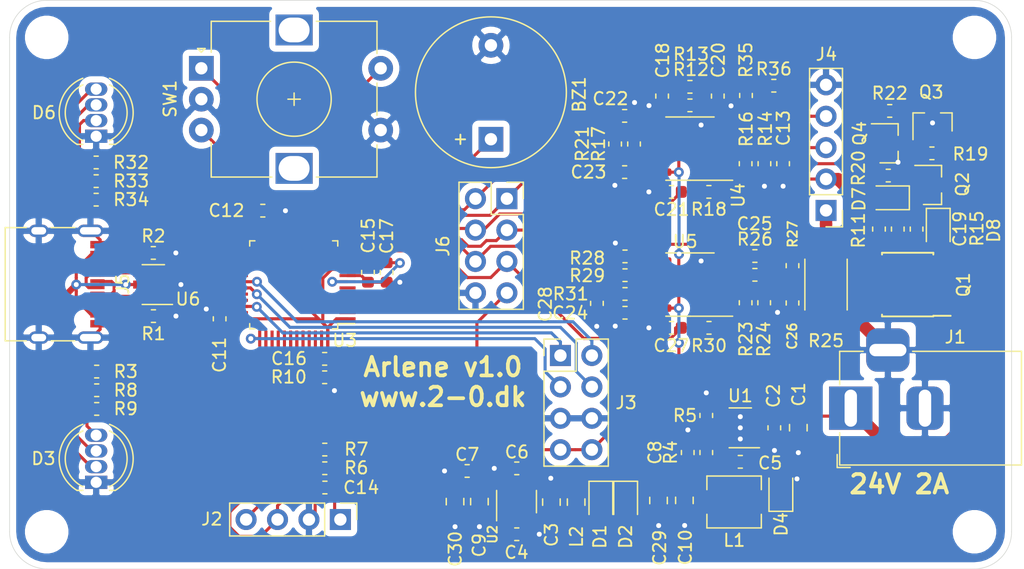
<source format=kicad_pcb>
(kicad_pcb (version 20171130) (host pcbnew 5.1.8-db9833491~87~ubuntu20.04.1)
  (title_block (title Arlene) (date 2020-11-20) (rev v1.0) (company www.2-0.dk))
  (layers (0 F.Cu signal) (31 B.Cu signal) (34 B.Paste user) (35 F.Paste user) (36 B.SilkS user) (37 F.SilkS user) (38 B.Mask user) (39 F.Mask user) (44 Edge.Cuts user))
  (net 0 "")
  (net 1 GND)
  (net 2 nrst)
  (net 3 +3V3)
  (net 4 uart_tx)
  (net 5 uart_rx)
  (net 6 swdio)
  (net 7 swclk)
  (net 8 i2c_sda)
  (net 9 i2c_scl)
  (net 10 boot0)
  (net 11 vin)
  (net 12 switch_5v)
  (net 13 "Net-(C5-Pad2)")
  (net 14 "Net-(C5-Pad1)")
  (net 15 "Net-(C6-Pad1)")
  (net 16 enc_a)
  (net 17 enc_b)
  (net 18 "Net-(C18-Pad2)")
  (net 19 "Net-(C19-Pad2)")
  (net 20 thermistor)
  (net 21 adc_heater_temp)
  (net 22 adc_thermistor_temp)
  (net 23 "Net-(C25-Pad2)")
  (net 24 "Net-(C26-Pad2)")
  (net 25 adc_voltage)
  (net 26 adc_current)
  (net 27 "Net-(D8-Pad2)")
  (net 28 neg_heater)
  (net 29 pos_heater)
  (net 30 handle_switch)
  (net 31 "Net-(Q2-Pad1)")
  (net 32 "Net-(Q2-Pad2)")
  (net 33 "Net-(Q4-Pad2)")
  (net 34 "Net-(Q4-Pad1)")
  (net 35 "Net-(R4-Pad2)")
  (net 36 "Net-(R14-Pad2)")
  (net 37 "Net-(R16-Pad2)")
  (net 38 "Net-(R17-Pad2)")
  (net 39 pwm_heater)
  (net 40 "Net-(R23-Pad1)")
  (net 41 "Net-(R28-Pad2)")
  (net 42 "Net-(R29-Pad1)")
  (net 43 "Net-(R30-Pad2)")
  (net 44 hmi_buzzer)
  (net 45 "Net-(C3-Pad1)")
  (net 46 "Net-(D1-Pad1)")
  (net 47 usb_vbus)
  (net 48 usb_dm)
  (net 49 usb_dp)
  (net 50 enc_switch)
  (net 51 "Net-(D3-Pad2)")
  (net 52 "Net-(D3-Pad3)")
  (net 53 "Net-(D3-Pad4)")
  (net 54 "Net-(D6-Pad2)")
  (net 55 "Net-(D6-Pad3)")
  (net 56 "Net-(D6-Pad4)")
  (net 57 led1_red)
  (net 58 led1_green)
  (net 59 led1_blue)
  (net 60 led2_red)
  (net 61 led2_green)
  (net 62 led2_blue)
  (net 63 "Net-(J4-Pad4)")
  (net 64 "Net-(J5-PadB5)")
  (net 65 "Net-(J5-PadA5)")
  (module Connector_PinSocket_2.54mm:PinSocket_2x04_P2.54mm_Vertical (layer F.Cu) (at 149.2 93.05)
    (fp_text reference J6 (at -5.17 3.83 90) (layer F.SilkS))
    (fp_text value Remote)
    (pad 1 thru_hole rect (at 0 0) (size 1.7 1.7) (drill 1) (layers *.Cu *.Mask) (net 30 handle_switch))
    (pad 2 thru_hole oval (at -2.54 0) (size 1.7 1.7) (drill 1) (layers *.Cu *.Mask) (net 39 pwm_heater))
    (pad 3 thru_hole oval (at 0 2.54) (size 1.7 1.7) (drill 1) (layers *.Cu *.Mask) (net 21 adc_heater_temp))
    (pad 4 thru_hole oval (at -2.54 2.54) (size 1.7 1.7) (drill 1) (layers *.Cu *.Mask) (net 22 adc_thermistor_temp))
    (pad 5 thru_hole oval (at 0 5.08) (size 1.7 1.7) (drill 1) (layers *.Cu *.Mask) (net 25 adc_voltage))
    (pad 6 thru_hole oval (at -2.54 5.08) (size 1.7 1.7) (drill 1) (layers *.Cu *.Mask) (net 26 adc_current))
    (pad 7 thru_hole oval (at 0 7.62) (size 1.7 1.7) (drill 1) (layers *.Cu *.Mask) (net 3 +3V3))
    (pad 8 thru_hole oval (at -2.54 7.62) (size 1.7 1.7) (drill 1) (layers *.Cu *.Mask) (net 1 GND))
  )
  (module Package_TO_SOT_SMD:SOT-23-6 (layer F.Cu) (at 120.62 100 180)
    (fp_text reference U6 (at -2.805 -1.175 180) (layer F.SilkS))
    (fp_text value SRV05-4)
    (pad 1 smd rect (at -1.1 -0.95 180) (size 1.06 0.65) (layers F.Cu F.Paste F.Mask) (net 49 usb_dp))
    (pad 2 smd rect (at -1.1 0 180) (size 1.06 0.65) (layers F.Cu F.Paste F.Mask) (net 1 GND))
    (pad 3 smd rect (at -1.1 0.95 180) (size 1.06 0.65) (layers F.Cu F.Paste F.Mask) (net 48 usb_dm))
    (pad 4 smd rect (at 1.1 0.95 180) (size 1.06 0.65) (layers F.Cu F.Paste F.Mask) (net 48 usb_dm))
    (pad 6 smd rect (at 1.1 -0.95 180) (size 1.06 0.65) (layers F.Cu F.Paste F.Mask) (net 49 usb_dp))
    (pad 5 smd rect (at 1.1 0 180) (size 1.06 0.65) (layers F.Cu F.Paste F.Mask) (net 47 usb_vbus))
  )
  (module Package_QFP:LQFP-48_7x7mm_P0.5mm (layer F.Cu) (at 131.97 100.02 180)
    (fp_text reference U3 (at -4.13 -4.5 180) (layer F.SilkS))
    (fp_text value STM32F072C8Tx)
    (pad 1 smd rect (at -4.35 -2.75 180) (size 1.3 0.25) (layers F.Cu F.Paste F.Mask) (net 3 +3V3))
    (pad 2 smd rect (at -4.35 -2.25 180) (size 1.3 0.25) (layers F.Cu F.Paste F.Mask))
    (pad 3 smd rect (at -4.35 -1.75 180) (size 1.3 0.25) (layers F.Cu F.Paste F.Mask))
    (pad 4 smd rect (at -4.35 -1.25 180) (size 1.3 0.25) (layers F.Cu F.Paste F.Mask))
    (pad 5 smd rect (at -4.35 -0.75 180) (size 1.3 0.25) (layers F.Cu F.Paste F.Mask))
    (pad 6 smd rect (at -4.35 -0.25 180) (size 1.3 0.25) (layers F.Cu F.Paste F.Mask))
    (pad 7 smd rect (at -4.35 0.25 180) (size 1.3 0.25) (layers F.Cu F.Paste F.Mask) (net 2 nrst))
    (pad 8 smd rect (at -4.35 0.75 180) (size 1.3 0.25) (layers F.Cu F.Paste F.Mask) (net 1 GND))
    (pad 9 smd rect (at -4.35 1.25 180) (size 1.3 0.25) (layers F.Cu F.Paste F.Mask) (net 3 +3V3))
    (pad 10 smd rect (at -4.35 1.75 180) (size 1.3 0.25) (layers F.Cu F.Paste F.Mask) (net 21 adc_heater_temp))
    (pad 11 smd rect (at -4.35 2.25 180) (size 1.3 0.25) (layers F.Cu F.Paste F.Mask) (net 26 adc_current))
    (pad 12 smd rect (at -4.35 2.75 180) (size 1.3 0.25) (layers F.Cu F.Paste F.Mask) (net 25 adc_voltage))
    (pad 13 smd rect (at -2.75 4.35 270) (size 1.3 0.25) (layers F.Cu F.Paste F.Mask) (net 22 adc_thermistor_temp))
    (pad 14 smd rect (at -2.25 4.35 270) (size 1.3 0.25) (layers F.Cu F.Paste F.Mask) (net 30 handle_switch))
    (pad 15 smd rect (at -1.75 4.35 270) (size 1.3 0.25) (layers F.Cu F.Paste F.Mask) (net 39 pwm_heater))
    (pad 16 smd rect (at -1.25 4.35 270) (size 1.3 0.25) (layers F.Cu F.Paste F.Mask) (net 44 hmi_buzzer))
    (pad 17 smd rect (at -0.75 4.35 270) (size 1.3 0.25) (layers F.Cu F.Paste F.Mask) (net 50 enc_switch))
    (pad 18 smd rect (at -0.25 4.35 270) (size 1.3 0.25) (layers F.Cu F.Paste F.Mask))
    (pad 19 smd rect (at 0.25 4.35 270) (size 1.3 0.25) (layers F.Cu F.Paste F.Mask))
    (pad 20 smd rect (at 0.75 4.35 270) (size 1.3 0.25) (layers F.Cu F.Paste F.Mask))
    (pad 21 smd rect (at 1.25 4.35 270) (size 1.3 0.25) (layers F.Cu F.Paste F.Mask))
    (pad 22 smd rect (at 1.75 4.35 270) (size 1.3 0.25) (layers F.Cu F.Paste F.Mask))
    (pad 23 smd rect (at 2.25 4.35 270) (size 1.3 0.25) (layers F.Cu F.Paste F.Mask) (net 1 GND))
    (pad 24 smd rect (at 2.75 4.35 270) (size 1.3 0.25) (layers F.Cu F.Paste F.Mask) (net 3 +3V3))
    (pad 25 smd rect (at 4.35 2.75 180) (size 1.3 0.25) (layers F.Cu F.Paste F.Mask) (net 17 enc_b))
    (pad 26 smd rect (at 4.35 2.25 180) (size 1.3 0.25) (layers F.Cu F.Paste F.Mask) (net 16 enc_a))
    (pad 27 smd rect (at 4.35 1.75 180) (size 1.3 0.25) (layers F.Cu F.Paste F.Mask) (net 60 led2_red))
    (pad 28 smd rect (at 4.35 1.25 180) (size 1.3 0.25) (layers F.Cu F.Paste F.Mask) (net 61 led2_green))
    (pad 29 smd rect (at 4.35 0.75 180) (size 1.3 0.25) (layers F.Cu F.Paste F.Mask) (net 62 led2_blue))
    (pad 30 smd rect (at 4.35 0.25 180) (size 1.3 0.25) (layers F.Cu F.Paste F.Mask) (net 4 uart_tx))
    (pad 31 smd rect (at 4.35 -0.25 180) (size 1.3 0.25) (layers F.Cu F.Paste F.Mask) (net 5 uart_rx))
    (pad 32 smd rect (at 4.35 -0.75 180) (size 1.3 0.25) (layers F.Cu F.Paste F.Mask) (net 48 usb_dm))
    (pad 33 smd rect (at 4.35 -1.25 180) (size 1.3 0.25) (layers F.Cu F.Paste F.Mask) (net 49 usb_dp))
    (pad 34 smd rect (at 4.35 -1.75 180) (size 1.3 0.25) (layers F.Cu F.Paste F.Mask) (net 6 swdio))
    (pad 35 smd rect (at 4.35 -2.25 180) (size 1.3 0.25) (layers F.Cu F.Paste F.Mask) (net 1 GND))
    (pad 36 smd rect (at 4.35 -2.75 180) (size 1.3 0.25) (layers F.Cu F.Paste F.Mask) (net 3 +3V3))
    (pad 37 smd rect (at 2.75 -4.35 270) (size 1.3 0.25) (layers F.Cu F.Paste F.Mask) (net 7 swclk))
    (pad 38 smd rect (at 2.25 -4.35 270) (size 1.3 0.25) (layers F.Cu F.Paste F.Mask) (net 57 led1_red))
    (pad 39 smd rect (at 1.75 -4.35 270) (size 1.3 0.25) (layers F.Cu F.Paste F.Mask) (net 58 led1_green))
    (pad 40 smd rect (at 1.25 -4.35 270) (size 1.3 0.25) (layers F.Cu F.Paste F.Mask) (net 59 led1_blue))
    (pad 41 smd rect (at 0.75 -4.35 270) (size 1.3 0.25) (layers F.Cu F.Paste F.Mask))
    (pad 42 smd rect (at 0.25 -4.35 270) (size 1.3 0.25) (layers F.Cu F.Paste F.Mask) (net 9 i2c_scl))
    (pad 43 smd rect (at -0.25 -4.35 270) (size 1.3 0.25) (layers F.Cu F.Paste F.Mask) (net 8 i2c_sda))
    (pad 44 smd rect (at -0.75 -4.35 270) (size 1.3 0.25) (layers F.Cu F.Paste F.Mask) (net 10 boot0))
    (pad 45 smd rect (at -1.25 -4.35 270) (size 1.3 0.25) (layers F.Cu F.Paste F.Mask))
    (pad 46 smd rect (at -1.75 -4.35 270) (size 1.3 0.25) (layers F.Cu F.Paste F.Mask))
    (pad 47 smd rect (at -2.25 -4.35 270) (size 1.3 0.25) (layers F.Cu F.Paste F.Mask) (net 1 GND))
    (pad 48 smd rect (at -2.75 -4.35 270) (size 1.3 0.25) (layers F.Cu F.Paste F.Mask) (net 3 +3V3))
  )
  (module Capacitor_SMD:C_0603_1608Metric (layer F.Cu) (at 139.48 99.02 270)
    (fp_text reference C17 (at -2.94 0 90) (layer F.SilkS))
    (fp_text value 100n)
    (pad 2 smd roundrect (at 0.7875 0 270) (size 0.875 0.95) (layers F.Cu F.Paste F.Mask) (net 1 GND))
    (pad 1 smd roundrect (at -0.7875 0 270) (size 0.875 0.95) (layers F.Cu F.Paste F.Mask) (net 2 nrst))
  )
  (module Buzzer_Beeper:Buzzer_12x9.5RM7.6 (layer F.Cu) (at 147.91 88.24 90)
    (fp_text reference BZ1 (at 3.62 7.14 90) (layer F.SilkS))
    (fp_text value Buzzer)
    (fp_text user + (at -0.01 -2.54 90) (layer F.SilkS))
    (pad 1 thru_hole rect (at 0 0 90) (size 2 2) (drill 1) (layers *.Cu *.Mask) (net 44 hmi_buzzer))
    (pad 2 thru_hole circle (at 7.6 0 90) (size 2 2) (drill 1) (layers *.Cu *.Mask) (net 1 GND))
  )
  (module Resistor_SMD:R_0603_1608Metric (layer F.Cu) (at 120.63 102.55 180)
    (fp_text reference R1 (at 0 -1.43 180) (layer F.SilkS))
    (fp_text value 5k1)
    (pad 1 smd roundrect (at -0.7875 0 180) (size 0.875 0.95) (layers F.Cu F.Paste F.Mask) (net 1 GND))
    (pad 2 smd roundrect (at 0.7875 0 180) (size 0.875 0.95) (layers F.Cu F.Paste F.Mask) (net 64 "Net-(J5-PadB5)"))
  )
  (module Resistor_SMD:R_0603_1608Metric (layer F.Cu) (at 120.62 97.44 180)
    (fp_text reference R2 (at -0.005 1.365 180) (layer F.SilkS))
    (fp_text value 5k1)
    (pad 2 smd roundrect (at 0.7875 0 180) (size 0.875 0.95) (layers F.Cu F.Paste F.Mask) (net 65 "Net-(J5-PadA5)"))
    (pad 1 smd roundrect (at -0.7875 0 180) (size 0.875 0.95) (layers F.Cu F.Paste F.Mask) (net 1 GND))
  )
  (module Diode_SMD:D_0805_2012Metric (layer F.Cu) (at 156.8 117.6 270)
    (fp_text reference D1 (at 2.796 0.082 90) (layer F.SilkS))
    (fp_text value D_Schottky)
    (pad 1 smd roundrect (at -0.9375 0 270) (size 0.975 1.4) (layers F.Cu F.Paste F.Mask) (net 46 "Net-(D1-Pad1)"))
    (pad 2 smd roundrect (at 0.9375 0 270) (size 0.975 1.4) (layers F.Cu F.Paste F.Mask) (net 47 usb_vbus))
  )
  (module Diode_SMD:D_0805_2012Metric (layer F.Cu) (at 158.8 117.6 270)
    (fp_text reference D2 (at 2.796 0 270) (layer F.SilkS))
    (fp_text value D_Schottky)
    (pad 2 smd roundrect (at 0.9375 0 270) (size 0.975 1.4) (layers F.Cu F.Paste F.Mask) (net 12 switch_5v))
    (pad 1 smd roundrect (at -0.9375 0 270) (size 0.975 1.4) (layers F.Cu F.Paste F.Mask) (net 46 "Net-(D1-Pad1)"))
  )
  (module Inductor_SMD:L_0805_2012Metric (layer F.Cu) (at 154.8 117.6 270)
    (fp_text reference L2 (at 2.796 -0.025 90) (layer F.SilkS))
    (fp_text value Ferrite)
    (pad 1 smd roundrect (at -0.9375 0 270) (size 0.975 1.4) (layers F.Cu F.Paste F.Mask) (net 46 "Net-(D1-Pad1)"))
    (pad 2 smd roundrect (at 0.9375 0 270) (size 0.975 1.4) (layers F.Cu F.Paste F.Mask) (net 45 "Net-(C3-Pad1)"))
  )
  (module LED_THT:LED_D5.0mm-4_RGB (layer F.Cu) (at 116 116 90)
    (fp_text reference D3 (at 1.92 -4.26 180) (layer F.SilkS))
    (fp_text value LED_CRGB)
    (pad 1 thru_hole rect (at 0 0 90) (size 1.07 1.8) (drill 0.9) (layers *.Cu *.Mask) (net 1 GND))
    (pad 2 thru_hole oval (at 1.27 0 90) (size 1.07 1.8) (drill 0.9) (layers *.Cu *.Mask) (net 51 "Net-(D3-Pad2)"))
    (pad 3 thru_hole oval (at 2.54 0 90) (size 1.07 1.8) (drill 0.9) (layers *.Cu *.Mask) (net 52 "Net-(D3-Pad3)"))
    (pad 4 thru_hole oval (at 3.81 0 90) (size 1.07 1.8) (drill 0.9) (layers *.Cu *.Mask) (net 53 "Net-(D3-Pad4)"))
  )
  (module Capacitor_SMD:C_0805_2012Metric (layer F.Cu) (at 163.55 117.46 270)
    (fp_text reference C10 (at 3.8 -0.08 90) (layer F.SilkS))
    (fp_text value 10u)
    (pad 2 smd roundrect (at 0.9375 0 270) (size 0.975 1.4) (layers F.Cu F.Paste F.Mask) (net 1 GND))
    (pad 1 smd roundrect (at -0.9375 0 270) (size 0.975 1.4) (layers F.Cu F.Paste F.Mask) (net 12 switch_5v))
  )
  (module Rotary_Encoder:RotaryEncoder_Alps_EC12E-Switch_Vertical_H20mm (layer F.Cu) (at 124.5 82.5)
    (fp_text reference SW1 (at -2.525 2.475 90) (layer F.SilkS))
    (fp_text value Encoder)
    (pad A thru_hole rect (at 0 0) (size 2 2) (drill 1) (layers *.Cu *.Mask) (net 16 enc_a))
    (pad C thru_hole circle (at 0 2.5) (size 2 2) (drill 1) (layers *.Cu *.Mask) (net 1 GND))
    (pad B thru_hole circle (at 0 5) (size 2 2) (drill 1) (layers *.Cu *.Mask) (net 17 enc_b))
    (pad MP thru_hole rect (at 7.5 -3.1) (size 3 2.5) (drill oval 2.5 2) (layers *.Cu *.Mask))
    (pad MP thru_hole rect (at 7.5 8.1) (size 3 2.5) (drill oval 2.5 2) (layers *.Cu *.Mask))
    (pad S1 thru_hole circle (at 14.5 0) (size 2 2) (drill 1) (layers *.Cu *.Mask) (net 50 enc_switch))
    (pad S2 thru_hole circle (at 14.5 5) (size 2 2) (drill 1) (layers *.Cu *.Mask) (net 1 GND))
  )
  (module Resistor_SMD:R_0603_1608Metric (layer F.Cu) (at 134.48 114.86)
    (fp_text reference R6 (at 2.55 -0.03) (layer F.SilkS))
    (fp_text value 4k7)
    (pad 2 smd roundrect (at 0.7875 0) (size 0.875 0.95) (layers F.Cu F.Paste F.Mask) (net 3 +3V3))
    (pad 1 smd roundrect (at -0.7875 0) (size 0.875 0.95) (layers F.Cu F.Paste F.Mask) (net 9 i2c_scl))
  )
  (module Connector_BarrelJack:BarrelJack_Horizontal (layer F.Cu) (at 177 110 180)
    (fp_text reference J1 (at -8.45 5.75) (layer F.SilkS))
    (fp_text value 24v)
    (pad 1 thru_hole rect (at 0 0 180) (size 3.5 3.5) (drill oval 1 3) (layers *.Cu *.Mask) (net 11 vin))
    (pad 2 thru_hole roundrect (at -6 0 180) (size 3 3.5) (drill oval 1 3) (layers *.Cu *.Mask) (net 1 GND))
    (pad 3 thru_hole roundrect (at -3 4.7 180) (size 3.5 3.5) (drill oval 3 1) (layers *.Cu *.Mask) (net 1 GND))
  )
  (module Capacitor_SMD:C_0603_1608Metric (layer F.Cu) (at 145.99 115.08 180)
    (fp_text reference C7 (at 0 1.33) (layer F.SilkS))
    (fp_text value 100n)
    (pad 1 smd roundrect (at -0.7875 0 180) (size 0.875 0.95) (layers F.Cu F.Paste F.Mask) (net 3 +3V3))
    (pad 2 smd roundrect (at 0.7875 0 180) (size 0.875 0.95) (layers F.Cu F.Paste F.Mask) (net 1 GND))
  )
  (module Diode_SMD:D_0805_2012Metric (layer F.Cu) (at 184.07 95.52 270)
    (fp_text reference D8 (at 0.11 -4.48 90) (layer F.SilkS))
    (fp_text value 20v)
    (pad 1 smd roundrect (at -0.9375 0 270) (size 0.975 1.4) (layers F.Cu F.Paste F.Mask) (net 11 vin))
    (pad 2 smd roundrect (at 0.9375 0 270) (size 0.975 1.4) (layers F.Cu F.Paste F.Mask) (net 27 "Net-(D8-Pad2)"))
  )
  (module Package_SO:SOIC-8_3.9x4.9mm_P1.27mm (layer F.Cu) (at 164 100 180)
    (fp_text reference U5 (at 0.386 3.48) (layer F.SilkS))
    (fp_text value MCP602)
    (pad 1 smd roundrect (at -2.475 -1.905 180) (size 1.95 0.6) (layers F.Cu F.Paste F.Mask) (net 43 "Net-(R30-Pad2)"))
    (pad 2 smd roundrect (at -2.475 -0.635 180) (size 1.95 0.6) (layers F.Cu F.Paste F.Mask) (net 43 "Net-(R30-Pad2)"))
    (pad 3 smd roundrect (at -2.475 0.635 180) (size 1.95 0.6) (layers F.Cu F.Paste F.Mask) (net 23 "Net-(C25-Pad2)"))
    (pad 4 smd roundrect (at -2.475 1.905 180) (size 1.95 0.6) (layers F.Cu F.Paste F.Mask) (net 1 GND))
    (pad 5 smd roundrect (at 2.475 1.905 180) (size 1.95 0.6) (layers F.Cu F.Paste F.Mask) (net 24 "Net-(C26-Pad2)"))
    (pad 6 smd roundrect (at 2.475 0.635 180) (size 1.95 0.6) (layers F.Cu F.Paste F.Mask) (net 41 "Net-(R28-Pad2)"))
    (pad 7 smd roundrect (at 2.475 -0.635 180) (size 1.95 0.6) (layers F.Cu F.Paste F.Mask) (net 42 "Net-(R29-Pad1)"))
    (pad 8 smd roundrect (at 2.475 -1.905 180) (size 1.95 0.6) (layers F.Cu F.Paste F.Mask) (net 3 +3V3))
  )
  (module Capacitor_SMD:C_0603_1608Metric (layer F.Cu) (at 170.82 111.59 270)
    (fp_text reference C2 (at -2.59 0.07 90) (layer F.SilkS))
    (fp_text value 100n)
    (pad 2 smd roundrect (at 0.7875 0 270) (size 0.875 0.95) (layers F.Cu F.Paste F.Mask) (net 1 GND))
    (pad 1 smd roundrect (at -0.7875 0 270) (size 0.875 0.95) (layers F.Cu F.Paste F.Mask) (net 11 vin))
  )
  (module Capacitor_SMD:C_0603_1608Metric (layer F.Cu) (at 150 120.2)
    (fp_text reference C4 (at -0.025 1.475) (layer F.SilkS))
    (fp_text value 100n)
    (pad 1 smd roundrect (at -0.7875 0) (size 0.875 0.95) (layers F.Cu F.Paste F.Mask) (net 45 "Net-(C3-Pad1)"))
    (pad 2 smd roundrect (at 0.7875 0) (size 0.875 0.95) (layers F.Cu F.Paste F.Mask) (net 1 GND))
  )
  (module Capacitor_SMD:C_0603_1608Metric (layer F.Cu) (at 168.07 114.34)
    (fp_text reference C5 (at 2.41 0.1) (layer F.SilkS))
    (fp_text value 22n)
    (pad 2 smd roundrect (at 0.7875 0) (size 0.875 0.95) (layers F.Cu F.Paste F.Mask) (net 13 "Net-(C5-Pad2)"))
    (pad 1 smd roundrect (at -0.7875 0) (size 0.875 0.95) (layers F.Cu F.Paste F.Mask) (net 14 "Net-(C5-Pad1)"))
  )
  (module Capacitor_SMD:C_0603_1608Metric (layer F.Cu) (at 150 114.87 180)
    (fp_text reference C6 (at -0.01 1.32) (layer F.SilkS))
    (fp_text value nm)
    (pad 2 smd roundrect (at 0.7875 0 180) (size 0.875 0.95) (layers F.Cu F.Paste F.Mask) (net 1 GND))
    (pad 1 smd roundrect (at -0.7875 0 180) (size 0.875 0.95) (layers F.Cu F.Paste F.Mask) (net 15 "Net-(C6-Pad1)"))
  )
  (module Capacitor_SMD:C_0603_1608Metric (layer F.Cu) (at 163.82 113.59 90)
    (fp_text reference C8 (at 0 -2.65 90) (layer F.SilkS))
    (fp_text value 100n)
    (pad 2 smd roundrect (at 0.7875 0 90) (size 0.875 0.95) (layers F.Cu F.Paste F.Mask) (net 1 GND))
    (pad 1 smd roundrect (at -0.7875 0 90) (size 0.875 0.95) (layers F.Cu F.Paste F.Mask) (net 12 switch_5v))
  )
  (module Capacitor_SMD:C_0603_1608Metric (layer F.Cu) (at 137.97 99.02 270)
    (fp_text reference C15 (at -2.98 -0.02 90) (layer F.SilkS))
    (fp_text value 100n)
    (pad 1 smd roundrect (at -0.7875 0 270) (size 0.875 0.95) (layers F.Cu F.Paste F.Mask) (net 3 +3V3))
    (pad 2 smd roundrect (at 0.7875 0 270) (size 0.875 0.95) (layers F.Cu F.Paste F.Mask) (net 1 GND))
  )
  (module Capacitor_SMD:C_0603_1608Metric (layer F.Cu) (at 134.47 106.01 180)
    (fp_text reference C16 (at 2.88 0.02) (layer F.SilkS))
    (fp_text value 100n)
    (pad 2 smd roundrect (at 0.7875 0 180) (size 0.875 0.95) (layers F.Cu F.Paste F.Mask) (net 1 GND))
    (pad 1 smd roundrect (at -0.7875 0 180) (size 0.875 0.95) (layers F.Cu F.Paste F.Mask) (net 3 +3V3))
  )
  (module Capacitor_SMD:C_0603_1608Metric (layer F.Cu) (at 161.75 84.75 90)
    (fp_text reference C18 (at 2.89 0.04 90) (layer F.SilkS))
    (fp_text value 1u)
    (pad 1 smd roundrect (at -0.7875 0 90) (size 0.875 0.95) (layers F.Cu F.Paste F.Mask) (net 1 GND))
    (pad 2 smd roundrect (at 0.7875 0 90) (size 0.875 0.95) (layers F.Cu F.Paste F.Mask) (net 18 "Net-(C18-Pad2)"))
  )
  (module Capacitor_SMD:C_0603_1608Metric (layer F.Cu) (at 180.8 95.51 270)
    (fp_text reference C19 (at -0.01 -5.01 90) (layer F.SilkS))
    (fp_text value nm)
    (pad 2 smd roundrect (at 0.7875 0 270) (size 0.875 0.95) (layers F.Cu F.Paste F.Mask) (net 19 "Net-(C19-Pad2)"))
    (pad 1 smd roundrect (at -0.7875 0 270) (size 0.875 0.95) (layers F.Cu F.Paste F.Mask) (net 1 GND))
  )
  (module Capacitor_SMD:C_0603_1608Metric (layer F.Cu) (at 166.25 84.75 90)
    (fp_text reference C20 (at 2.91 0.04 90) (layer F.SilkS))
    (fp_text value nm)
    (pad 1 smd roundrect (at -0.7875 0 90) (size 0.875 0.95) (layers F.Cu F.Paste F.Mask) (net 1 GND))
    (pad 2 smd roundrect (at 0.7875 0 90) (size 0.875 0.95) (layers F.Cu F.Paste F.Mask) (net 20 thermistor))
  )
  (module Capacitor_SMD:C_0603_1608Metric (layer F.Cu) (at 162.51 92.5 180)
    (fp_text reference C21 (at 0 -1.42 180) (layer F.SilkS))
    (fp_text value nm)
    (pad 1 smd roundrect (at -0.7875 0 180) (size 0.875 0.95) (layers F.Cu F.Paste F.Mask) (net 21 adc_heater_temp))
    (pad 2 smd roundrect (at 0.7875 0 180) (size 0.875 0.95) (layers F.Cu F.Paste F.Mask) (net 1 GND))
  )
  (module Capacitor_SMD:C_0603_1608Metric (layer F.Cu) (at 158.72 86.35)
    (fp_text reference C22 (at -1.15 -1.39 180) (layer F.SilkS))
    (fp_text value nm)
    (pad 2 smd roundrect (at 0.7875 0) (size 0.875 0.95) (layers F.Cu F.Paste F.Mask) (net 1 GND))
    (pad 1 smd roundrect (at -0.7875 0) (size 0.875 0.95) (layers F.Cu F.Paste F.Mask) (net 22 adc_thermistor_temp))
  )
  (module Capacitor_SMD:C_0603_1608Metric (layer F.Cu) (at 158.72 90.9)
    (fp_text reference C23 (at -2.92 0) (layer F.SilkS))
    (fp_text value 100n)
    (pad 2 smd roundrect (at 0.7875 0) (size 0.875 0.95) (layers F.Cu F.Paste F.Mask) (net 3 +3V3))
    (pad 1 smd roundrect (at -0.7875 0) (size 0.875 0.95) (layers F.Cu F.Paste F.Mask) (net 1 GND))
  )
  (module Capacitor_SMD:C_0603_1608Metric (layer F.Cu) (at 158.75 102.28)
    (fp_text reference C24 (at -4.43 0.02) (layer F.SilkS))
    (fp_text value 100n)
    (pad 1 smd roundrect (at -0.7875 0) (size 0.875 0.95) (layers F.Cu F.Paste F.Mask) (net 1 GND))
    (pad 2 smd roundrect (at 0.7875 0) (size 0.875 0.95) (layers F.Cu F.Paste F.Mask) (net 3 +3V3))
  )
  (module Capacitor_SMD:C_0603_1608Metric (layer F.Cu) (at 169.25 97.69)
    (fp_text reference C25 (at -0.02 -2.61 -180) (layer F.SilkS))
    (fp_text value nm)
    (pad 1 smd roundrect (at -0.7875 0) (size 0.875 0.95) (layers F.Cu F.Paste F.Mask) (net 1 GND))
    (pad 2 smd roundrect (at 0.7875 0) (size 0.875 0.95) (layers F.Cu F.Paste F.Mask) (net 23 "Net-(C25-Pad2)"))
  )
  (module Capacitor_SMD:C_0603_1608Metric (layer F.Cu) (at 172.29 101.49 90)
    (fp_text reference C26 (at -2.68 -0.03 90) (layer F.SilkS) (effects (font (size 0.75 0.75))))
    (fp_text value nm)
    (pad 1 smd roundrect (at -0.7875 0 90) (size 0.875 0.95) (layers F.Cu F.Paste F.Mask) (net 1 GND))
    (pad 2 smd roundrect (at 0.7875 0 90) (size 0.875 0.95) (layers F.Cu F.Paste F.Mask) (net 24 "Net-(C26-Pad2)"))
  )
  (module Capacitor_SMD:C_0603_1608Metric (layer F.Cu) (at 162.51 103.5 180)
    (fp_text reference C27 (at 0.01 -1.44) (layer F.SilkS))
    (fp_text value nm)
    (pad 2 smd roundrect (at 0.7875 0 180) (size 0.875 0.95) (layers F.Cu F.Paste F.Mask) (net 1 GND))
    (pad 1 smd roundrect (at -0.7875 0 180) (size 0.875 0.95) (layers F.Cu F.Paste F.Mask) (net 25 adc_voltage))
  )
  (module Capacitor_SMD:C_0603_1608Metric (layer F.Cu) (at 156.48 101.52 270)
    (fp_text reference C28 (at 0.07 4.17 90) (layer F.SilkS))
    (fp_text value nm)
    (pad 1 smd roundrect (at -0.7875 0 270) (size 0.875 0.95) (layers F.Cu F.Paste F.Mask) (net 26 adc_current))
    (pad 2 smd roundrect (at 0.7875 0 270) (size 0.875 0.95) (layers F.Cu F.Paste F.Mask) (net 1 GND))
  )
  (module Diode_SMD:D_0805_2012Metric (layer F.Cu) (at 180.05 92.98 180)
    (fp_text reference D7 (at 2.39 -0.11 270) (layer F.SilkS))
    (fp_text value 1N4148)
    (pad 1 smd roundrect (at -0.9375 0 180) (size 0.975 1.4) (layers F.Cu F.Paste F.Mask) (net 1 GND))
    (pad 2 smd roundrect (at 0.9375 0 180) (size 0.975 1.4) (layers F.Cu F.Paste F.Mask) (net 19 "Net-(C19-Pad2)"))
  )
  (module Connector_PinHeader_2.54mm:PinHeader_1x04_P2.54mm_Vertical (layer F.Cu) (at 135.74 119.01 270)
    (fp_text reference J2 (at -0.035 10.39 180) (layer F.SilkS))
    (fp_text value Display)
    (pad 4 thru_hole oval (at 0 7.62 270) (size 1.7 1.7) (drill 1) (layers *.Cu *.Mask) (net 8 i2c_sda))
    (pad 3 thru_hole oval (at 0 5.08 270) (size 1.7 1.7) (drill 1) (layers *.Cu *.Mask) (net 9 i2c_scl))
    (pad 2 thru_hole oval (at 0 2.54 270) (size 1.7 1.7) (drill 1) (layers *.Cu *.Mask) (net 1 GND))
    (pad 1 thru_hole rect (at 0 0 270) (size 1.7 1.7) (drill 1) (layers *.Cu *.Mask) (net 3 +3V3))
  )
  (module Connector_PinHeader_2.54mm:PinHeader_2x04_P2.54mm_Vertical (layer F.Cu) (at 153.53 105.74)
    (fp_text reference J3 (at 5.31 3.82 -180) (layer F.SilkS))
    (fp_text value Debug)
    (pad 1 thru_hole rect (at 0 0) (size 1.7 1.7) (drill 1) (layers *.Cu *.Mask) (net 6 swdio))
    (pad 2 thru_hole oval (at 2.54 0) (size 1.7 1.7) (drill 1) (layers *.Cu *.Mask) (net 4 uart_tx))
    (pad 3 thru_hole oval (at 0 2.54) (size 1.7 1.7) (drill 1) (layers *.Cu *.Mask) (net 7 swclk))
    (pad 4 thru_hole oval (at 2.54 2.54) (size 1.7 1.7) (drill 1) (layers *.Cu *.Mask) (net 5 uart_rx))
    (pad 5 thru_hole oval (at 0 5.08) (size 1.7 1.7) (drill 1) (layers *.Cu *.Mask) (net 1 GND))
    (pad 6 thru_hole oval (at 2.54 5.08) (size 1.7 1.7) (drill 1) (layers *.Cu *.Mask) (net 1 GND))
    (pad 7 thru_hole oval (at 0 7.62) (size 1.7 1.7) (drill 1) (layers *.Cu *.Mask) (net 3 +3V3))
    (pad 8 thru_hole oval (at 2.54 7.62) (size 1.7 1.7) (drill 1) (layers *.Cu *.Mask) (net 3 +3V3))
  )
  (module Package_TO_SOT_SMD:SOT-23 (layer F.Cu) (at 183.58 91.94)
    (fp_text reference Q2 (at 2.45 -0.06 90) (layer F.SilkS))
    (fp_text value BC847)
    (pad 1 smd rect (at -1 -0.95) (size 0.9 0.8) (layers F.Cu F.Paste F.Mask) (net 31 "Net-(Q2-Pad1)"))
    (pad 2 smd rect (at -1 0.95) (size 0.9 0.8) (layers F.Cu F.Paste F.Mask) (net 32 "Net-(Q2-Pad2)"))
    (pad 3 smd rect (at 1 0) (size 0.9 0.8) (layers F.Cu F.Paste F.Mask) (net 11 vin))
  )
  (module Package_TO_SOT_SMD:SOT-23 (layer F.Cu) (at 183.61 86.87 90)
    (fp_text reference Q3 (at 2.44 -0.11 180) (layer F.SilkS))
    (fp_text value BC857)
    (pad 1 smd rect (at -1 -0.95 90) (size 0.9 0.8) (layers F.Cu F.Paste F.Mask) (net 31 "Net-(Q2-Pad1)"))
    (pad 2 smd rect (at -1 0.95 90) (size 0.9 0.8) (layers F.Cu F.Paste F.Mask) (net 32 "Net-(Q2-Pad2)"))
    (pad 3 smd rect (at 1 0 90) (size 0.9 0.8) (layers F.Cu F.Paste F.Mask) (net 1 GND))
  )
  (module Package_TO_SOT_SMD:SOT-23 (layer F.Cu) (at 180.07 88.57)
    (fp_text reference Q4 (at -2.35 -0.8 90) (layer F.SilkS))
    (fp_text value BC847)
    (pad 3 smd rect (at 1 0) (size 0.9 0.8) (layers F.Cu F.Paste F.Mask) (net 31 "Net-(Q2-Pad1)"))
    (pad 2 smd rect (at -1 0.95) (size 0.9 0.8) (layers F.Cu F.Paste F.Mask) (net 33 "Net-(Q4-Pad2)"))
    (pad 1 smd rect (at -1 -0.95) (size 0.9 0.8) (layers F.Cu F.Paste F.Mask) (net 34 "Net-(Q4-Pad1)"))
  )
  (module Resistor_SMD:R_0603_1608Metric (layer F.Cu) (at 165.32 113.59 90)
    (fp_text reference R4 (at 0.01 -2.89 90) (layer F.SilkS))
    (fp_text value 49.9k)
    (pad 1 smd roundrect (at -0.7875 0 90) (size 0.875 0.95) (layers F.Cu F.Paste F.Mask) (net 12 switch_5v))
    (pad 2 smd roundrect (at 0.7875 0 90) (size 0.875 0.95) (layers F.Cu F.Paste F.Mask) (net 35 "Net-(R4-Pad2)"))
  )
  (module Resistor_SMD:R_0603_1608Metric (layer F.Cu) (at 165.32 110.59 90)
    (fp_text reference R5 (at -0.01 -1.72 180) (layer F.SilkS))
    (fp_text value 9.53k)
    (pad 2 smd roundrect (at 0.7875 0 90) (size 0.875 0.95) (layers F.Cu F.Paste F.Mask) (net 1 GND))
    (pad 1 smd roundrect (at -0.7875 0 90) (size 0.875 0.95) (layers F.Cu F.Paste F.Mask) (net 35 "Net-(R4-Pad2)"))
  )
  (module Resistor_SMD:R_0603_1608Metric (layer F.Cu) (at 134.48 113.35)
    (fp_text reference R7 (at 2.55 -0.03) (layer F.SilkS))
    (fp_text value 4k7)
    (pad 1 smd roundrect (at -0.7875 0) (size 0.875 0.95) (layers F.Cu F.Paste F.Mask) (net 8 i2c_sda))
    (pad 2 smd roundrect (at 0.7875 0) (size 0.875 0.95) (layers F.Cu F.Paste F.Mask) (net 3 +3V3))
  )
  (module Resistor_SMD:R_0603_1608Metric (layer F.Cu) (at 134.47 107.5)
    (fp_text reference R10 (at -2.9 -0.02 -180) (layer F.SilkS))
    (fp_text value 100k)
    (pad 2 smd roundrect (at 0.7875 0) (size 0.875 0.95) (layers F.Cu F.Paste F.Mask) (net 1 GND))
    (pad 1 smd roundrect (at -0.7875 0) (size 0.875 0.95) (layers F.Cu F.Paste F.Mask) (net 10 boot0))
  )
  (module Resistor_SMD:R_0603_1608Metric (layer F.Cu) (at 179.28 95.51 90)
    (fp_text reference R11 (at -0.11 -1.66 90) (layer F.SilkS))
    (fp_text value 10k)
    (pad 1 smd roundrect (at -0.7875 0 90) (size 0.875 0.95) (layers F.Cu F.Paste F.Mask) (net 29 pos_heater))
    (pad 2 smd roundrect (at 0.7875 0 90) (size 0.875 0.95) (layers F.Cu F.Paste F.Mask) (net 19 "Net-(C19-Pad2)"))
  )
  (module Resistor_SMD:R_0603_1608Metric (layer F.Cu) (at 164 85.5)
    (fp_text reference R12 (at 0.08 -2.9) (layer F.SilkS))
    (fp_text value 56k)
    (pad 1 smd roundrect (at -0.7875 0) (size 0.875 0.95) (layers F.Cu F.Paste F.Mask) (net 18 "Net-(C18-Pad2)"))
    (pad 2 smd roundrect (at 0.7875 0) (size 0.875 0.95) (layers F.Cu F.Paste F.Mask) (net 3 +3V3))
  )
  (module Resistor_SMD:R_0603_1608Metric (layer F.Cu) (at 164 84 180)
    (fp_text reference R13 (at -0.09 2.64) (layer F.SilkS))
    (fp_text value 10k)
    (pad 2 smd roundrect (at 0.7875 0 180) (size 0.875 0.95) (layers F.Cu F.Paste F.Mask) (net 18 "Net-(C18-Pad2)"))
    (pad 1 smd roundrect (at -0.7875 0 180) (size 0.875 0.95) (layers F.Cu F.Paste F.Mask) (net 1 GND))
  )
  (module Resistor_SMD:R_0603_1608Metric (layer F.Cu) (at 170.02 90.22 90)
    (fp_text reference R14 (at 2.82 0.08 90) (layer F.SilkS))
    (fp_text value 1k)
    (pad 2 smd roundrect (at 0.7875 0 90) (size 0.875 0.95) (layers F.Cu F.Paste F.Mask) (net 36 "Net-(R14-Pad2)"))
    (pad 1 smd roundrect (at -0.7875 0 90) (size 0.875 0.95) (layers F.Cu F.Paste F.Mask) (net 1 GND))
  )
  (module Resistor_SMD:R_0603_1608Metric (layer F.Cu) (at 182.32 95.51 270)
    (fp_text reference R15 (at -0.04 -4.88 90) (layer F.SilkS))
    (fp_text value 100)
    (pad 2 smd roundrect (at 0.7875 0 270) (size 0.875 0.95) (layers F.Cu F.Paste F.Mask) (net 27 "Net-(D8-Pad2)"))
    (pad 1 smd roundrect (at -0.7875 0 270) (size 0.875 0.95) (layers F.Cu F.Paste F.Mask) (net 32 "Net-(Q2-Pad2)"))
  )
  (module Resistor_SMD:R_0603_1608Metric (layer F.Cu) (at 168.5 90.22 270)
    (fp_text reference R16 (at -2.8 -0.04 90) (layer F.SilkS))
    (fp_text value 150k)
    (pad 1 smd roundrect (at -0.7875 0 270) (size 0.875 0.95) (layers F.Cu F.Paste F.Mask) (net 36 "Net-(R14-Pad2)"))
    (pad 2 smd roundrect (at 0.7875 0 270) (size 0.875 0.95) (layers F.Cu F.Paste F.Mask) (net 37 "Net-(R16-Pad2)"))
  )
  (module Resistor_SMD:R_0603_1608Metric (layer F.Cu) (at 159.48 88.625 270)
    (fp_text reference R17 (at 0.005 2.87 90) (layer F.SilkS))
    (fp_text value 14k)
    (pad 1 smd roundrect (at -0.7875 0 270) (size 0.875 0.95) (layers F.Cu F.Paste F.Mask) (net 20 thermistor))
    (pad 2 smd roundrect (at 0.7875 0 270) (size 0.875 0.95) (layers F.Cu F.Paste F.Mask) (net 38 "Net-(R17-Pad2)"))
  )
  (module Resistor_SMD:R_0603_1608Metric (layer F.Cu) (at 165.53 92.5)
    (fp_text reference R18 (at 0 1.41 -180) (layer F.SilkS))
    (fp_text value 470)
    (pad 2 smd roundrect (at 0.7875 0) (size 0.875 0.95) (layers F.Cu F.Paste F.Mask) (net 37 "Net-(R16-Pad2)"))
    (pad 1 smd roundrect (at -0.7875 0) (size 0.875 0.95) (layers F.Cu F.Paste F.Mask) (net 21 adc_heater_temp))
  )
  (module Resistor_SMD:R_0603_1608Metric (layer F.Cu) (at 183.56 89.38 180)
    (fp_text reference R19 (at -3.12 -0.06) (layer F.SilkS))
    (fp_text value 5.1k)
    (pad 1 smd roundrect (at -0.7875 0 180) (size 0.875 0.95) (layers F.Cu F.Paste F.Mask) (net 11 vin))
    (pad 2 smd roundrect (at 0.7875 0 180) (size 0.875 0.95) (layers F.Cu F.Paste F.Mask) (net 31 "Net-(Q2-Pad1)"))
  )
  (module Resistor_SMD:R_0603_1608Metric (layer F.Cu) (at 180.03 91.18)
    (fp_text reference R20 (at -2.41 -0.6 90) (layer F.SilkS))
    (fp_text value 1k)
    (pad 2 smd roundrect (at 0.7875 0) (size 0.875 0.95) (layers F.Cu F.Paste F.Mask) (net 1 GND))
    (pad 1 smd roundrect (at -0.7875 0) (size 0.875 0.95) (layers F.Cu F.Paste F.Mask) (net 33 "Net-(Q4-Pad2)"))
  )
  (module Resistor_SMD:R_0603_1608Metric (layer F.Cu) (at 157.95 88.625 270)
    (fp_text reference R21 (at -0.005 2.65 90) (layer F.SilkS))
    (fp_text value 470)
    (pad 2 smd roundrect (at 0.7875 0 270) (size 0.875 0.95) (layers F.Cu F.Paste F.Mask) (net 38 "Net-(R17-Pad2)"))
    (pad 1 smd roundrect (at -0.7875 0 270) (size 0.875 0.95) (layers F.Cu F.Paste F.Mask) (net 22 adc_thermistor_temp))
  )
  (module Resistor_SMD:R_0603_1608Metric (layer F.Cu) (at 180.15 85.95)
    (fp_text reference R22 (at 0 -1.43) (layer F.SilkS))
    (fp_text value 100)
    (pad 1 smd roundrect (at -0.7875 0) (size 0.875 0.95) (layers F.Cu F.Paste F.Mask) (net 39 pwm_heater))
    (pad 2 smd roundrect (at 0.7875 0) (size 0.875 0.95) (layers F.Cu F.Paste F.Mask) (net 34 "Net-(Q4-Pad1)"))
  )
  (module Resistor_SMD:R_0603_1608Metric (layer F.Cu) (at 168.5 101.47 270)
    (fp_text reference R23 (at 2.95 -0.02 90) (layer F.SilkS))
    (fp_text value 6k8)
    (pad 2 smd roundrect (at 0.7875 0 270) (size 0.875 0.95) (layers F.Cu F.Paste F.Mask) (net 11 vin))
    (pad 1 smd roundrect (at -0.7875 0 270) (size 0.875 0.95) (layers F.Cu F.Paste F.Mask) (net 40 "Net-(R23-Pad1)"))
  )
  (module Resistor_SMD:R_0603_1608Metric (layer F.Cu) (at 170 101.47 90)
    (fp_text reference R24 (at -2.95 -0.03 90) (layer F.SilkS))
    (fp_text value 1k)
    (pad 1 smd roundrect (at -0.7875 0 90) (size 0.875 0.95) (layers F.Cu F.Paste F.Mask) (net 1 GND))
    (pad 2 smd roundrect (at 0.7875 0 90) (size 0.875 0.95) (layers F.Cu F.Paste F.Mask) (net 40 "Net-(R23-Pad1)"))
  )
  (module Resistor_SMD:R_2512_6332Metric (layer F.Cu) (at 175 100 90)
    (fp_text reference R25 (at -4.55 0 180) (layer F.SilkS))
    (fp_text value 0.1)
    (pad 1 smd roundrect (at -2.9 0 90) (size 1.35 3.35) (layers F.Cu F.Paste F.Mask) (roundrect_rratio 0.185185) (net 1 GND))
    (pad 2 smd roundrect (at 2.9 0 90) (size 1.35 3.35) (layers F.Cu F.Paste F.Mask) (roundrect_rratio 0.185185) (net 28 neg_heater))
  )
  (module Resistor_SMD:R_0603_1608Metric (layer F.Cu) (at 169.25 99.21 180)
    (fp_text reference R26 (at 0 2.88) (layer F.SilkS))
    (fp_text value 10k)
    (pad 1 smd roundrect (at -0.7875 0 180) (size 0.875 0.95) (layers F.Cu F.Paste F.Mask) (net 40 "Net-(R23-Pad1)"))
    (pad 2 smd roundrect (at 0.7875 0 180) (size 0.875 0.95) (layers F.Cu F.Paste F.Mask) (net 23 "Net-(C25-Pad2)"))
  )
  (module Resistor_SMD:R_0603_1608Metric (layer F.Cu) (at 172.29 98.47 270)
    (fp_text reference R27 (at -2.55 -0.01 90) (layer F.SilkS) (effects (font (size 0.75 0.75))))
    (fp_text value 10k)
    (pad 2 smd roundrect (at 0.7875 0 270) (size 0.875 0.95) (layers F.Cu F.Paste F.Mask) (net 24 "Net-(C26-Pad2)"))
    (pad 1 smd roundrect (at -0.7875 0 270) (size 0.875 0.95) (layers F.Cu F.Paste F.Mask) (net 28 neg_heater))
  )
  (module Resistor_SMD:R_0603_1608Metric (layer F.Cu) (at 158.75 97.72)
    (fp_text reference R28 (at -3.056 0.14) (layer F.SilkS))
    (fp_text value 1k)
    (pad 1 smd roundrect (at -0.7875 0) (size 0.875 0.95) (layers F.Cu F.Paste F.Mask) (net 1 GND))
    (pad 2 smd roundrect (at 0.7875 0) (size 0.875 0.95) (layers F.Cu F.Paste F.Mask) (net 41 "Net-(R28-Pad2)"))
  )
  (module Resistor_SMD:R_0603_1608Metric (layer F.Cu) (at 158.75 99.24)
    (fp_text reference R29 (at -3.056 0.04) (layer F.SilkS))
    (fp_text value 10k)
    (pad 2 smd roundrect (at 0.7875 0) (size 0.875 0.95) (layers F.Cu F.Paste F.Mask) (net 41 "Net-(R28-Pad2)"))
    (pad 1 smd roundrect (at -0.7875 0) (size 0.875 0.95) (layers F.Cu F.Paste F.Mask) (net 42 "Net-(R29-Pad1)"))
  )
  (module Resistor_SMD:R_0603_1608Metric (layer F.Cu) (at 165.54 103.5)
    (fp_text reference R30 (at 0 1.45) (layer F.SilkS))
    (fp_text value 470)
    (pad 2 smd roundrect (at 0.7875 0) (size 0.875 0.95) (layers F.Cu F.Paste F.Mask) (net 43 "Net-(R30-Pad2)"))
    (pad 1 smd roundrect (at -0.7875 0) (size 0.875 0.95) (layers F.Cu F.Paste F.Mask) (net 25 adc_voltage))
  )
  (module Resistor_SMD:R_0603_1608Metric (layer F.Cu) (at 158.75 100.76)
    (fp_text reference R31 (at -4.39 0) (layer F.SilkS))
    (fp_text value 470)
    (pad 1 smd roundrect (at -0.7875 0) (size 0.875 0.95) (layers F.Cu F.Paste F.Mask) (net 26 adc_current))
    (pad 2 smd roundrect (at 0.7875 0) (size 0.875 0.95) (layers F.Cu F.Paste F.Mask) (net 42 "Net-(R29-Pad1)"))
  )
  (module Package_TO_SOT_SMD:SOT-23-6 (layer F.Cu) (at 168.07 111.59 180)
    (fp_text reference U1 (at 0 2.59) (layer F.SilkS))
    (fp_text value ACT4088)
    (pad 1 smd rect (at -1.1 -0.95 180) (size 1.06 0.65) (layers F.Cu F.Paste F.Mask) (net 13 "Net-(C5-Pad2)"))
    (pad 2 smd rect (at -1.1 0 180) (size 1.06 0.65) (layers F.Cu F.Paste F.Mask) (net 11 vin))
    (pad 3 smd rect (at -1.1 0.95 180) (size 1.06 0.65) (layers F.Cu F.Paste F.Mask))
    (pad 4 smd rect (at 1.1 0.95 180) (size 1.06 0.65) (layers F.Cu F.Paste F.Mask) (net 35 "Net-(R4-Pad2)"))
    (pad 6 smd rect (at 1.1 -0.95 180) (size 1.06 0.65) (layers F.Cu F.Paste F.Mask) (net 14 "Net-(C5-Pad1)"))
    (pad 5 smd rect (at 1.1 0 180) (size 1.06 0.65) (layers F.Cu F.Paste F.Mask) (net 1 GND))
  )
  (module Package_TO_SOT_SMD:SOT-23-5 (layer F.Cu) (at 149.98 117.56 90)
    (fp_text reference U2 (at -2.65 -1.94 270) (layer F.SilkS) (effects (font (size 0.75 0.75))))
    (fp_text value LP5907-3.3)
    (pad 1 smd rect (at -1.1 -0.95 90) (size 1.06 0.65) (layers F.Cu F.Paste F.Mask) (net 45 "Net-(C3-Pad1)"))
    (pad 2 smd rect (at -1.1 0 90) (size 1.06 0.65) (layers F.Cu F.Paste F.Mask) (net 1 GND))
    (pad 3 smd rect (at -1.1 0.95 90) (size 1.06 0.65) (layers F.Cu F.Paste F.Mask) (net 45 "Net-(C3-Pad1)"))
    (pad 4 smd rect (at 1.1 0.95 90) (size 1.06 0.65) (layers F.Cu F.Paste F.Mask) (net 15 "Net-(C6-Pad1)"))
    (pad 5 smd rect (at 1.1 -0.95 90) (size 1.06 0.65) (layers F.Cu F.Paste F.Mask) (net 3 +3V3))
  )
  (module Package_SO:SOIC-8_3.9x4.9mm_P1.27mm (layer F.Cu) (at 164 89 180)
    (fp_text reference U4 (at -3.9 -3.77 270) (layer F.SilkS))
    (fp_text value MCP602)
    (pad 8 smd roundrect (at 2.475 -1.905 180) (size 1.95 0.6) (layers F.Cu F.Paste F.Mask) (net 3 +3V3))
    (pad 7 smd roundrect (at 2.475 -0.635 180) (size 1.95 0.6) (layers F.Cu F.Paste F.Mask) (net 38 "Net-(R17-Pad2)"))
    (pad 6 smd roundrect (at 2.475 0.635 180) (size 1.95 0.6) (layers F.Cu F.Paste F.Mask) (net 20 thermistor))
    (pad 5 smd roundrect (at 2.475 1.905 180) (size 1.95 0.6) (layers F.Cu F.Paste F.Mask) (net 18 "Net-(C18-Pad2)"))
    (pad 4 smd roundrect (at -2.475 1.905 180) (size 1.95 0.6) (layers F.Cu F.Paste F.Mask) (net 1 GND))
    (pad 3 smd roundrect (at -2.475 0.635 180) (size 1.95 0.6) (layers F.Cu F.Paste F.Mask) (net 19 "Net-(C19-Pad2)"))
    (pad 2 smd roundrect (at -2.475 -0.635 180) (size 1.95 0.6) (layers F.Cu F.Paste F.Mask) (net 36 "Net-(R14-Pad2)"))
    (pad 1 smd roundrect (at -2.475 -1.905 180) (size 1.95 0.6) (layers F.Cu F.Paste F.Mask) (net 37 "Net-(R16-Pad2)"))
  )
  (module MountingHole:MountingHole_2.5mm (layer F.Cu) (at 112 120)
    (fp_text reference H1 hide)
    (fp_text value MountingHole)
    (pad 1 np_thru_hole circle (at 0 0) (size 2.5 2.5) (drill 2.5) (layers *.Cu *.Mask))
  )
  (module MountingHole:MountingHole_2.5mm (layer F.Cu) (at 187 120)
    (fp_text reference H2 hide)
    (fp_text value MountingHole)
    (pad 1 np_thru_hole circle (at 0 0) (size 2.5 2.5) (drill 2.5) (layers *.Cu *.Mask))
  )
  (module MountingHole:MountingHole_2.5mm (layer F.Cu) (at 187 80)
    (fp_text reference H3 hide)
    (fp_text value MountingHole)
    (pad 1 np_thru_hole circle (at 0 0) (size 2.5 2.5) (drill 2.5) (layers *.Cu *.Mask))
  )
  (module MountingHole:MountingHole_2.5mm (layer F.Cu) (at 112 80)
    (fp_text reference H4 hide)
    (fp_text value MountingHole)
    (pad 1 np_thru_hole circle (at 0 0) (size 2.5 2.5) (drill 2.5) (layers *.Cu *.Mask))
  )
  (module Diode_SMD:D_0805_2012Metric (layer F.Cu) (at 171.35 116.66 90)
    (fp_text reference D4 (at -2.73 0.02 90) (layer F.SilkS))
    (fp_text value 1N5819)
    (pad 2 smd roundrect (at 0.9375 0 90) (size 0.975 1.4) (layers F.Cu F.Paste F.Mask) (net 1 GND))
    (pad 1 smd roundrect (at -0.9375 0 90) (size 0.975 1.4) (layers F.Cu F.Paste F.Mask) (net 13 "Net-(C5-Pad2)"))
  )
  (module Connector_PinHeader_2.54mm:PinHeader_1x05_P2.54mm_Vertical (layer F.Cu) (at 175 94 180)
    (fp_text reference J4 (at -0.03 12.63 180) (layer F.SilkS))
    (fp_text value Handle)
    (pad 1 thru_hole rect (at 0 0 180) (size 1.7 1.7) (drill 1) (layers *.Cu *.Mask) (net 28 neg_heater))
    (pad 2 thru_hole oval (at 0 2.54 180) (size 1.7 1.7) (drill 1) (layers *.Cu *.Mask) (net 29 pos_heater))
    (pad 3 thru_hole oval (at 0 5.08 180) (size 1.7 1.7) (drill 1) (layers *.Cu *.Mask) (net 20 thermistor))
    (pad 4 thru_hole oval (at 0 7.62 180) (size 1.7 1.7) (drill 1) (layers *.Cu *.Mask) (net 63 "Net-(J4-Pad4)"))
    (pad 5 thru_hole oval (at 0 10.16 180) (size 1.7 1.7) (drill 1) (layers *.Cu *.Mask) (net 1 GND))
  )
  (module Capacitor_SMD:C_0603_1608Metric (layer F.Cu) (at 134.49 116.42 180)
    (fp_text reference C14 (at -2.935 -0.005) (layer F.SilkS))
    (fp_text value 100n)
    (pad 1 smd roundrect (at -0.7875 0 180) (size 0.875 0.95) (layers F.Cu F.Paste F.Mask) (net 3 +3V3))
    (pad 2 smd roundrect (at 0.7875 0 180) (size 0.875 0.95) (layers F.Cu F.Paste F.Mask) (net 1 GND))
  )
  (module Capacitor_SMD:C_0805_2012Metric (layer F.Cu) (at 172.76 111.58 270)
    (fp_text reference C1 (at -2.69 -0.03 90) (layer F.SilkS))
    (fp_text value 10u)
    (pad 1 smd roundrect (at -0.9375 0 270) (size 0.975 1.4) (layers F.Cu F.Paste F.Mask) (net 11 vin))
    (pad 2 smd roundrect (at 0.9375 0 270) (size 0.975 1.4) (layers F.Cu F.Paste F.Mask) (net 1 GND))
  )
  (module Capacitor_SMD:C_0805_2012Metric (layer F.Cu) (at 152.8 117.6 90)
    (fp_text reference C3 (at -2.65 0 90) (layer F.SilkS))
    (fp_text value 10u)
    (pad 1 smd roundrect (at -0.9375 0 90) (size 0.975 1.4) (layers F.Cu F.Paste F.Mask) (net 45 "Net-(C3-Pad1)"))
    (pad 2 smd roundrect (at 0.9375 0 90) (size 0.975 1.4) (layers F.Cu F.Paste F.Mask) (net 1 GND))
  )
  (module Capacitor_SMD:C_0805_2012Metric (layer F.Cu) (at 146.98 117.56 270)
    (fp_text reference C9 (at 3.53 0.02 90) (layer F.SilkS))
    (fp_text value 10u)
    (pad 2 smd roundrect (at 0.9375 0 270) (size 0.975 1.4) (layers F.Cu F.Paste F.Mask) (net 1 GND))
    (pad 1 smd roundrect (at -0.9375 0 270) (size 0.975 1.4) (layers F.Cu F.Paste F.Mask) (net 3 +3V3))
  )
  (module Capacitor_SMD:C_0805_2012Metric (layer F.Cu) (at 161.46 117.47 270)
    (fp_text reference C29 (at 3.83 -0.09 90) (layer F.SilkS))
    (fp_text value 10u)
    (pad 1 smd roundrect (at -0.9375 0 270) (size 0.975 1.4) (layers F.Cu F.Paste F.Mask) (net 12 switch_5v))
    (pad 2 smd roundrect (at 0.9375 0 270) (size 0.975 1.4) (layers F.Cu F.Paste F.Mask) (net 1 GND))
  )
  (module Capacitor_SMD:C_0805_2012Metric (layer F.Cu) (at 145.01 117.56 270)
    (fp_text reference C30 (at 3.83 -0.02 90) (layer F.SilkS))
    (fp_text value 10u)
    (pad 2 smd roundrect (at 0.9375 0 270) (size 0.975 1.4) (layers F.Cu F.Paste F.Mask) (net 1 GND))
    (pad 1 smd roundrect (at -0.9375 0 270) (size 0.975 1.4) (layers F.Cu F.Paste F.Mask) (net 3 +3V3))
  )
  (module Capacitor_SMD:C_0603_1608Metric (layer F.Cu) (at 125.98 102.77 90)
    (fp_text reference C11 (at -2.92 -0.01 90) (layer F.SilkS))
    (fp_text value 100n)
    (pad 1 smd roundrect (at -0.7875 0 90) (size 0.875 0.95) (layers F.Cu F.Paste F.Mask) (net 3 +3V3))
    (pad 2 smd roundrect (at 0.7875 0 90) (size 0.875 0.95) (layers F.Cu F.Paste F.Mask) (net 1 GND))
  )
  (module Capacitor_SMD:C_0603_1608Metric (layer F.Cu) (at 129.47 94.02)
    (fp_text reference C12 (at -2.94 -0.01) (layer F.SilkS))
    (fp_text value 100n)
    (pad 1 smd roundrect (at -0.7875 0) (size 0.875 0.95) (layers F.Cu F.Paste F.Mask) (net 3 +3V3))
    (pad 2 smd roundrect (at 0.7875 0) (size 0.875 0.95) (layers F.Cu F.Paste F.Mask) (net 1 GND))
  )
  (module LED_THT:LED_D5.0mm-4_RGB (layer F.Cu) (at 116 88 90)
    (fp_text reference D6 (at 1.91 -4.22 180) (layer F.SilkS))
    (fp_text value LED_CRGB)
    (pad 4 thru_hole oval (at 3.81 0 90) (size 1.07 1.8) (drill 0.9) (layers *.Cu *.Mask) (net 56 "Net-(D6-Pad4)"))
    (pad 3 thru_hole oval (at 2.54 0 90) (size 1.07 1.8) (drill 0.9) (layers *.Cu *.Mask) (net 55 "Net-(D6-Pad3)"))
    (pad 2 thru_hole oval (at 1.27 0 90) (size 1.07 1.8) (drill 0.9) (layers *.Cu *.Mask) (net 54 "Net-(D6-Pad2)"))
    (pad 1 thru_hole rect (at 0 0 90) (size 1.07 1.8) (drill 0.9) (layers *.Cu *.Mask) (net 1 GND))
  )
  (module Resistor_SMD:R_0603_1608Metric (layer F.Cu) (at 116.04 107.04 180)
    (fp_text reference R3 (at -2.35 0 180) (layer F.SilkS))
    (fp_text value R)
    (pad 1 smd roundrect (at -0.7875 0 180) (size 0.875 0.95) (layers F.Cu F.Paste F.Mask) (net 57 led1_red))
    (pad 2 smd roundrect (at 0.7875 0 180) (size 0.875 0.95) (layers F.Cu F.Paste F.Mask) (net 51 "Net-(D3-Pad2)"))
  )
  (module Resistor_SMD:R_0603_1608Metric (layer F.Cu) (at 116.0425 108.55 180)
    (fp_text reference R8 (at -2.3475 0 180) (layer F.SilkS))
    (fp_text value R)
    (pad 2 smd roundrect (at 0.7875 0 180) (size 0.875 0.95) (layers F.Cu F.Paste F.Mask) (net 52 "Net-(D3-Pad3)"))
    (pad 1 smd roundrect (at -0.7875 0 180) (size 0.875 0.95) (layers F.Cu F.Paste F.Mask) (net 58 led1_green))
  )
  (module Resistor_SMD:R_0603_1608Metric (layer F.Cu) (at 116.0425 110.06 180)
    (fp_text reference R9 (at -2.3475 0.01 180) (layer F.SilkS))
    (fp_text value R)
    (pad 1 smd roundrect (at -0.7875 0 180) (size 0.875 0.95) (layers F.Cu F.Paste F.Mask) (net 59 led1_blue))
    (pad 2 smd roundrect (at 0.7875 0 180) (size 0.875 0.95) (layers F.Cu F.Paste F.Mask) (net 53 "Net-(D3-Pad4)"))
  )
  (module Resistor_SMD:R_0603_1608Metric (layer F.Cu) (at 116 90.12 180)
    (fp_text reference R32 (at -2.82 0 180) (layer F.SilkS))
    (fp_text value R)
    (pad 2 smd roundrect (at 0.7875 0 180) (size 0.875 0.95) (layers F.Cu F.Paste F.Mask) (net 54 "Net-(D6-Pad2)"))
    (pad 1 smd roundrect (at -0.7875 0 180) (size 0.875 0.95) (layers F.Cu F.Paste F.Mask) (net 60 led2_red))
  )
  (module Resistor_SMD:R_0603_1608Metric (layer F.Cu) (at 116 91.63 180)
    (fp_text reference R33 (at -2.83 0 180) (layer F.SilkS))
    (fp_text value R)
    (pad 1 smd roundrect (at -0.7875 0 180) (size 0.875 0.95) (layers F.Cu F.Paste F.Mask) (net 61 led2_green))
    (pad 2 smd roundrect (at 0.7875 0 180) (size 0.875 0.95) (layers F.Cu F.Paste F.Mask) (net 55 "Net-(D6-Pad3)"))
  )
  (module Resistor_SMD:R_0603_1608Metric (layer F.Cu) (at 116 93.13 180)
    (fp_text reference R34 (at -2.83 0 180) (layer F.SilkS))
    (fp_text value R)
    (pad 2 smd roundrect (at 0.7875 0 180) (size 0.875 0.95) (layers F.Cu F.Paste F.Mask) (net 56 "Net-(D6-Pad4)"))
    (pad 1 smd roundrect (at -0.7875 0 180) (size 0.875 0.95) (layers F.Cu F.Paste F.Mask) (net 62 led2_blue))
  )
  (module Capacitor_SMD:C_0603_1608Metric (layer F.Cu) (at 171.53 90.22 270)
    (fp_text reference C13 (at -2.88 -0.02 270) (layer F.SilkS))
    (fp_text value 100p)
    (pad 1 smd roundrect (at -0.7875 0 270) (size 0.875 0.95) (layers F.Cu F.Paste F.Mask) (net 29 pos_heater))
    (pad 2 smd roundrect (at 0.7875 0 270) (size 0.875 0.95) (layers F.Cu F.Paste F.Mask) (net 1 GND))
  )
  (module Resistor_SMD:R_0603_1608Metric (layer F.Cu) (at 168.53 84.7 90)
    (fp_text reference R35 (at 2.87 -0.01 90) (layer F.SilkS))
    (fp_text value 4k7)
    (pad 2 smd roundrect (at 0.7875 0 90) (size 0.875 0.95) (layers F.Cu F.Paste F.Mask) (net 63 "Net-(J4-Pad4)"))
    (pad 1 smd roundrect (at -0.7875 0 90) (size 0.875 0.95) (layers F.Cu F.Paste F.Mask) (net 3 +3V3))
  )
  (module Resistor_SMD:R_0603_1608Metric (layer F.Cu) (at 170.78 83.91 180)
    (fp_text reference R36 (at 0 1.35) (layer F.SilkS))
    (fp_text value 10k)
    (pad 1 smd roundrect (at -0.7875 0 180) (size 0.875 0.95) (layers F.Cu F.Paste F.Mask) (net 30 handle_switch))
    (pad 2 smd roundrect (at 0.7875 0 180) (size 0.875 0.95) (layers F.Cu F.Paste F.Mask) (net 63 "Net-(J4-Pad4)"))
  )
  (module Connector_USB:USB_C_Receptacle_XKB_U262-16XN-4BVC11 (layer F.Cu) (at 112.43 99.97 270)
    (fp_text reference J5 (at 0 -5.715 90) (layer F.SilkS))
    (fp_text value USB-C)
    (pad S1 thru_hole oval (at -4.32 -3.105 270) (size 1 2.1) (drill oval 0.6 1.7) (layers *.Cu *.Mask) (net 1 GND))
    (pad S1 thru_hole oval (at 4.32 -3.105 270) (size 1 2.1) (drill oval 0.6 1.7) (layers *.Cu *.Mask) (net 1 GND))
    (pad S1 thru_hole oval (at -4.32 1.075 270) (size 1 1.6) (drill oval 0.6 1.2) (layers *.Cu *.Mask) (net 1 GND))
    (pad S1 thru_hole oval (at 4.32 1.075 270) (size 1 1.6) (drill oval 0.6 1.2) (layers *.Cu *.Mask) (net 1 GND))
    (pad "" np_thru_hole circle (at 2.89 -2.605 270) (size 0.65 0.65) (drill 0.65) (layers *.Cu *.Mask))
    (pad "" np_thru_hole circle (at -2.89 -2.605 270) (size 0.65 0.65) (drill 0.65) (layers *.Cu *.Mask))
    (pad B1 smd rect (at 3.05 -3.67 270) (size 0.3 1.15) (layers F.Cu F.Paste F.Mask) (net 1 GND))
    (pad B4 smd rect (at 2.25 -3.67 270) (size 0.3 1.15) (layers F.Cu F.Paste F.Mask) (net 47 usb_vbus))
    (pad B5 smd rect (at 1.75 -3.67 270) (size 0.3 1.15) (layers F.Cu F.Paste F.Mask) (net 64 "Net-(J5-PadB5)"))
    (pad A8 smd rect (at 1.25 -3.67 270) (size 0.3 1.15) (layers F.Cu F.Paste F.Mask))
    (pad B6 smd rect (at 0.75 -3.67 270) (size 0.3 1.15) (layers F.Cu F.Paste F.Mask) (net 49 usb_dp))
    (pad A7 smd rect (at 0.25 -3.67 270) (size 0.3 1.15) (layers F.Cu F.Paste F.Mask) (net 48 usb_dm))
    (pad A6 smd rect (at -0.25 -3.67 270) (size 0.3 1.15) (layers F.Cu F.Paste F.Mask) (net 49 usb_dp))
    (pad B7 smd rect (at -0.75 -3.67 270) (size 0.3 1.15) (layers F.Cu F.Paste F.Mask) (net 48 usb_dm))
    (pad A5 smd rect (at -1.25 -3.67 270) (size 0.3 1.15) (layers F.Cu F.Paste F.Mask) (net 65 "Net-(J5-PadA5)"))
    (pad B8 smd rect (at -1.75 -3.67 270) (size 0.3 1.15) (layers F.Cu F.Paste F.Mask))
    (pad A4 smd rect (at -2.55 -3.67 270) (size 0.3 1.15) (layers F.Cu F.Paste F.Mask) (net 47 usb_vbus))
    (pad A1 smd rect (at -3.35 -3.67 270) (size 0.3 1.15) (layers F.Cu F.Paste F.Mask) (net 1 GND))
    (pad B12 smd rect (at -3.05 -3.67 270) (size 0.3 1.15) (layers F.Cu F.Paste F.Mask) (net 1 GND))
    (pad B9 smd rect (at -2.25 -3.67 270) (size 0.3 1.15) (layers F.Cu F.Paste F.Mask) (net 47 usb_vbus))
    (pad A9 smd rect (at 2.55 -3.67 270) (size 0.3 1.15) (layers F.Cu F.Paste F.Mask) (net 47 usb_vbus))
    (pad A12 smd rect (at 3.35 -3.67 270) (size 0.3 1.15) (layers F.Cu F.Paste F.Mask) (net 1 GND))
  )
  (module arlene:L_4x4_H1.75 (layer F.Cu) (at 167.57 117.59 180)
    (fp_text reference L1 (at -0.01 -3.1) (layer F.SilkS))
    (fp_text value 6.8u)
    (pad 1 smd rect (at -1.85 0 180) (size 1 1.6) (layers F.Cu F.Paste F.Mask) (net 13 "Net-(C5-Pad2)"))
    (pad 2 smd rect (at 1.85 0 180) (size 1 1.6) (layers F.Cu F.Paste F.Mask) (net 12 switch_5v))
  )
  (module arlene:SOIC-8_PMOS_SGD_3.9x4.9mm_P1.27mm (layer F.Cu) (at 181.6 100 180)
    (fp_text reference Q1 (at -4.51 -0.02 90) (layer F.SilkS))
    (fp_text value AO4407)
    (pad 1 smd rect (at -2.7 -1.905 180) (size 1.55 0.6) (layers F.Cu F.Paste F.Mask) (net 11 vin))
    (pad 1 smd rect (at -2.7 -0.635 180) (size 1.55 0.6) (layers F.Cu F.Paste F.Mask) (net 11 vin))
    (pad 1 smd rect (at -2.7 0.635 180) (size 1.55 0.6) (layers F.Cu F.Paste F.Mask) (net 11 vin))
    (pad 2 smd rect (at -2.7 1.905 180) (size 1.55 0.6) (layers F.Cu F.Paste F.Mask) (net 27 "Net-(D8-Pad2)"))
    (pad 3 smd rect (at 2.7 1.905 180) (size 1.55 0.6) (layers F.Cu F.Paste F.Mask) (net 29 pos_heater))
    (pad 3 smd rect (at 2.7 0.635 180) (size 1.55 0.6) (layers F.Cu F.Paste F.Mask) (net 29 pos_heater))
    (pad 3 smd rect (at 2.7 -0.635 180) (size 1.55 0.6) (layers F.Cu F.Paste F.Mask) (net 29 pos_heater))
    (pad 3 smd rect (at 2.7 -1.905 180) (size 1.55 0.6) (layers F.Cu F.Paste F.Mask) (net 29 pos_heater))
  )
  (gr_text "24V 2A" (at 180.92 116.15) (layer F.SilkS) (effects (font (size 1.5 1.5) (thickness 0.3))))
  (gr_text "Arlene v1.0\nwww.2-0.dk" (at 144.03 107.88) (layer F.SilkS) (effects (font (size 1.5 1.5) (thickness 0.3))))
  (gr_line (start 190 80) (end 190 120) (layer Edge.Cuts) (width 0.05))
  (gr_arc (start 187 80) (end 190 80) (angle -90) (layer Edge.Cuts) (width 0.05))
  (gr_arc (start 187 120) (end 187 123) (angle -90) (layer Edge.Cuts) (width 0.05))
  (gr_arc (start 112 80) (end 112 77) (angle -90) (layer Edge.Cuts) (width 0.05))
  (gr_arc (start 112 120) (end 109 120) (angle -90) (layer Edge.Cuts) (width 0.05))
  (gr_line (start 109 120) (end 109 80) (layer Edge.Cuts) (width 0.05))
  (gr_line (start 187 123) (end 112 123) (layer Edge.Cuts) (width 0.05))
  (gr_line (start 112 77) (end 187 77) (layer Edge.Cuts) (width 0.05))
  (via (at 170.83 113.42) (size 0.8) (drill 0.4) (layers F.Cu B.Cu) (net 1))
  (segment (start 170.82 112.3775) (end 170.82 113.41) (width 0.25) (layer F.Cu) (net 1))
  (segment (start 170.82 113.41) (end 170.83 113.42) (width 0.25) (layer F.Cu) (net 1))
  (via (at 168.07 111.59) (size 0.6) (drill 0.4) (layers F.Cu B.Cu) (net 1))
  (segment (start 166.97 111.59) (end 168.07 111.59) (width 0.5) (layer F.Cu) (net 1))
  (via (at 168.07 110.69) (size 0.6) (drill 0.4) (layers F.Cu B.Cu) (net 1))
  (via (at 168.07 112.49) (size 0.6) (drill 0.4) (layers F.Cu B.Cu) (net 1))
  (segment (start 168.07 111.59) (end 168.07 110.69) (width 0.25) (layer F.Cu) (net 1))
  (segment (start 168.07 111.59) (end 168.07 112.49) (width 0.25) (layer F.Cu) (net 1))
  (via (at 151.82 120.2) (size 0.8) (drill 0.4) (layers F.Cu B.Cu) (net 1))
  (via (at 146.98 119.59) (size 0.8) (drill 0.4) (layers F.Cu B.Cu) (net 1))
  (via (at 144.16 115.08) (size 0.8) (drill 0.4) (layers F.Cu B.Cu) (net 1))
  (via (at 160.68 103.5) (size 0.8) (drill 0.4) (layers F.Cu B.Cu) (net 1))
  (via (at 180.82 90.1) (size 0.8) (drill 0.4) (layers F.Cu B.Cu) (net 1))
  (via (at 159.52 85.27) (size 0.8) (drill 0.4) (layers F.Cu B.Cu) (net 1))
  (via (at 167.32 85.54) (size 0.8) (drill 0.4) (layers F.Cu B.Cu) (net 1))
  (via (at 157.96 103.36) (size 0.8) (drill 0.4) (layers F.Cu B.Cu) (net 1))
  (via (at 172.76 113.6) (size 0.8) (drill 0.4) (layers F.Cu B.Cu) (net 1))
  (segment (start 173.08 112.5) (end 173.07 112.49) (width 0.25) (layer F.Cu) (net 1))
  (segment (start 164.8335 83.97) (end 164.8335 84.025) (width 0.25) (layer F.Cu) (net 1))
  (via (at 160.69 85.52) (size 0.8) (drill 0.4) (layers F.Cu B.Cu) (net 1))
  (segment (start 160.6925 85.5175) (end 160.69 85.52) (width 0.25) (layer F.Cu) (net 1))
  (segment (start 161.766 85.5175) (end 160.6925 85.5175) (width 0.25) (layer F.Cu) (net 1))
  (segment (start 159.5075 85.2825) (end 159.52 85.27) (width 0.25) (layer F.Cu) (net 1))
  (segment (start 159.5075 86.35) (end 159.5075 85.2825) (width 0.25) (layer F.Cu) (net 1))
  (segment (start 164.7875 84.075) (end 166.25 85.5375) (width 0.25) (layer F.Cu) (net 1))
  (segment (start 164.7875 84) (end 164.7875 84.075) (width 0.25) (layer F.Cu) (net 1))
  (segment (start 166.2525 85.54) (end 166.25 85.5375) (width 0.25) (layer F.Cu) (net 1))
  (segment (start 167.32 85.54) (end 166.2525 85.54) (width 0.25) (layer F.Cu) (net 1))
  (via (at 160.68 92.5) (size 0.8) (drill 0.4) (layers F.Cu B.Cu) (net 1))
  (segment (start 161.7225 92.5) (end 160.68 92.5) (width 0.25) (layer F.Cu) (net 1))
  (segment (start 157.96 102.2825) (end 157.9625 102.28) (width 0.25) (layer F.Cu) (net 1))
  (segment (start 157.96 103.36) (end 157.96 102.2825) (width 0.25) (layer F.Cu) (net 1))
  (segment (start 161.7225 103.5) (end 160.68 103.5) (width 0.25) (layer F.Cu) (net 1))
  (segment (start 168.0575 98.095) (end 168.4625 97.69) (width 0.25) (layer F.Cu) (net 1))
  (segment (start 166.475 98.095) (end 168.0575 98.095) (width 0.25) (layer F.Cu) (net 1))
  (segment (start 176.775 102.9) (end 175 102.9) (width 1) (layer F.Cu) (net 1))
  (segment (start 180 105.3) (end 177.6 102.9) (width 1) (layer F.Cu) (net 1))
  (segment (start 177.6 102.9) (end 176.775 102.9) (width 1) (layer F.Cu) (net 1))
  (segment (start 180.9875 94.535) (end 180.8 94.7225) (width 0.25) (layer F.Cu) (net 1))
  (segment (start 180.9875 92.98) (end 180.9875 94.535) (width 0.25) (layer F.Cu) (net 1))
  (segment (start 180.8175 90.1025) (end 180.82 90.1) (width 0.25) (layer F.Cu) (net 1))
  (segment (start 180.8175 91.18) (end 180.8175 90.1025) (width 0.25) (layer F.Cu) (net 1))
  (segment (start 180.9875 91.35) (end 180.8175 91.18) (width 0.25) (layer F.Cu) (net 1))
  (segment (start 180.9875 92.98) (end 180.9875 91.35) (width 0.25) (layer F.Cu) (net 1))
  (via (at 165.319996 108.76) (size 0.8) (drill 0.4) (layers F.Cu B.Cu) (net 1))
  (segment (start 165.32 108.760004) (end 165.319996 108.76) (width 0.25) (layer F.Cu) (net 1))
  (segment (start 165.32 109.8025) (end 165.32 108.760004) (width 0.25) (layer F.Cu) (net 1))
  (segment (start 133.7025 118.5075) (end 133.2 119.01) (width 0.25) (layer F.Cu) (net 1))
  (segment (start 133.7025 116.42) (end 133.7025 118.5075) (width 0.25) (layer F.Cu) (net 1))
  (via (at 161.47 119.5) (size 0.8) (drill 0.4) (layers F.Cu B.Cu) (net 1))
  (via (at 163.57 119.49) (size 0.8) (drill 0.4) (layers F.Cu B.Cu) (net 1))
  (via (at 145.01 119.59) (size 0.8) (drill 0.4) (layers F.Cu B.Cu) (net 1))
  (segment (start 145.01 118.4975) (end 145.01 119.59) (width 0.25) (layer F.Cu) (net 1))
  (segment (start 146.98 118.4975) (end 146.98 119.59) (width 0.25) (layer F.Cu) (net 1))
  (segment (start 161.46 119.49) (end 161.47 119.5) (width 0.25) (layer F.Cu) (net 1))
  (segment (start 161.46 118.4075) (end 161.46 119.49) (width 0.25) (layer F.Cu) (net 1))
  (segment (start 163.55 119.47) (end 163.57 119.49) (width 0.25) (layer F.Cu) (net 1))
  (segment (start 163.55 118.3975) (end 163.55 119.47) (width 0.25) (layer F.Cu) (net 1))
  (via (at 148.18 114.87) (size 0.8) (drill 0.4) (layers F.Cu B.Cu) (net 1))
  (segment (start 149.2125 114.87) (end 148.18 114.87) (width 0.25) (layer F.Cu) (net 1))
  (segment (start 144.16 115.08) (end 145.2025 115.08) (width 0.25) (layer F.Cu) (net 1))
  (segment (start 172.76 113.6) (end 172.76 112.5175) (width 0.25) (layer F.Cu) (net 1))
  (via (at 183.61 86.92) (size 0.8) (drill 0.4) (layers F.Cu B.Cu) (net 1))
  (segment (start 183.61 85.87) (end 183.61 86.92) (width 0.25) (layer F.Cu) (net 1))
  (segment (start 149.98 119.3925) (end 150.7875 120.2) (width 0.25) (layer F.Cu) (net 1))
  (segment (start 149.98 118.66) (end 149.98 119.3925) (width 0.25) (layer F.Cu) (net 1))
  (segment (start 151.82 120.2) (end 150.7875 120.2) (width 0.25) (layer F.Cu) (net 1))
  (segment (start 134.22 105.4725) (end 133.6825 106.01) (width 0.25) (layer F.Cu) (net 1))
  (segment (start 134.22 104.37) (end 134.22 105.4725) (width 0.25) (layer F.Cu) (net 1))
  (segment (start 133.7675 106.01) (end 135.2575 107.5) (width 0.25) (layer F.Cu) (net 1))
  (segment (start 133.6825 106.01) (end 133.7675 106.01) (width 0.25) (layer F.Cu) (net 1))
  (via (at 135.26 108.58) (size 0.8) (drill 0.4) (layers F.Cu B.Cu) (net 1))
  (segment (start 135.2575 108.5775) (end 135.26 108.58) (width 0.25) (layer F.Cu) (net 1))
  (segment (start 135.2575 107.5) (end 135.2575 108.5775) (width 0.25) (layer F.Cu) (net 1))
  (segment (start 137.4325 99.27) (end 137.97 99.8075) (width 0.25) (layer F.Cu) (net 1))
  (segment (start 136.32 99.27) (end 137.4325 99.27) (width 0.25) (layer F.Cu) (net 1))
  (segment (start 139.48 99.8075) (end 137.97 99.8075) (width 0.25) (layer F.Cu) (net 1))
  (segment (start 129.72 94.5575) (end 130.2575 94.02) (width 0.25) (layer F.Cu) (net 1))
  (segment (start 129.72 95.67) (end 129.72 94.5575) (width 0.25) (layer F.Cu) (net 1))
  (via (at 140.55 99.81) (size 0.8) (drill 0.4) (layers F.Cu B.Cu) (net 1))
  (segment (start 139.48 99.8075) (end 140.5475 99.8075) (width 0.25) (layer F.Cu) (net 1))
  (segment (start 140.5475 99.8075) (end 140.55 99.81) (width 0.25) (layer F.Cu) (net 1))
  (via (at 124.9 101.98) (size 0.8) (drill 0.4) (layers F.Cu B.Cu) (net 1))
  (via (at 152.75 115.67) (size 0.8) (drill 0.4) (layers F.Cu B.Cu) (net 1))
  (segment (start 152.8 116.6625) (end 152.8 115.72) (width 0.25) (layer F.Cu) (net 1))
  (segment (start 152.8 115.72) (end 152.75 115.67) (width 0.25) (layer F.Cu) (net 1))
  (segment (start 126.2675 102.27) (end 125.98 101.9825) (width 0.25) (layer F.Cu) (net 1))
  (segment (start 127.62 102.27) (end 126.2675 102.27) (width 0.25) (layer F.Cu) (net 1))
  (segment (start 125.9775 101.98) (end 125.98 101.9825) (width 0.25) (layer F.Cu) (net 1))
  (segment (start 124.9 101.98) (end 125.9775 101.98) (width 0.25) (layer F.Cu) (net 1))
  (segment (start 116.32 96.38) (end 115.62 95.68) (width 0.25) (layer F.Cu) (net 1))
  (segment (start 116.32 96.8) (end 116.32 96.38) (width 0.25) (layer F.Cu) (net 1))
  (segment (start 116.32 103.62) (end 115.62 104.32) (width 0.25) (layer F.Cu) (net 1))
  (segment (start 116.32 103.2) (end 116.32 103.62) (width 0.25) (layer F.Cu) (net 1))
  (via (at 122.44 97.44) (size 0.8) (drill 0.4) (layers F.Cu B.Cu) (net 1))
  (segment (start 121.4075 97.44) (end 122.44 97.44) (width 0.25) (layer F.Cu) (net 1))
  (via (at 122.45 102.55) (size 0.8) (drill 0.4) (layers F.Cu B.Cu) (net 1))
  (segment (start 121.4175 102.55) (end 122.45 102.55) (width 0.25) (layer F.Cu) (net 1))
  (via (at 122.85 100) (size 0.8) (drill 0.4) (layers F.Cu B.Cu) (net 1))
  (segment (start 121.72 100) (end 122.85 100) (width 0.25) (layer F.Cu) (net 1))
  (via (at 163.831413 111.759957) (size 0.8) (drill 0.4) (layers F.Cu B.Cu) (net 1))
  (segment (start 163.82 111.77137) (end 163.831413 111.759957) (width 0.25) (layer F.Cu) (net 1))
  (segment (start 163.82 112.8025) (end 163.82 111.77137) (width 0.25) (layer F.Cu) (net 1))
  (via (at 131.3 94.025) (size 0.8) (drill 0.4) (layers F.Cu B.Cu) (net 1))
  (segment (start 131.295 94.02) (end 131.3 94.025) (width 0.25) (layer F.Cu) (net 1))
  (segment (start 130.2575 94.02) (end 131.295 94.02) (width 0.25) (layer F.Cu) (net 1))
  (via (at 171.08 102.25) (size 0.8) (drill 0.4) (layers F.Cu B.Cu) (net 1))
  (segment (start 170 102.2575) (end 171.0725 102.2575) (width 0.25) (layer F.Cu) (net 1))
  (segment (start 171.0725 102.2575) (end 171.08 102.25) (width 0.25) (layer F.Cu) (net 1))
  (segment (start 166.475 87.095) (end 164.905002 87.095) (width 0.2) (layer F.Cu) (net 1))
  (via (at 164.9 87.089998) (size 0.8) (drill 0.4) (layers F.Cu B.Cu) (net 1))
  (segment (start 164.905002 87.095) (end 164.9 87.089998) (width 0.2) (layer F.Cu) (net 1))
  (via (at 171.53 92.04) (size 0.8) (drill 0.4) (layers F.Cu B.Cu) (net 1))
  (segment (start 171.1075 102.2775) (end 171.08 102.25) (width 0.25) (layer F.Cu) (net 1))
  (segment (start 172.29 102.2775) (end 171.1075 102.2775) (width 0.25) (layer F.Cu) (net 1))
  (segment (start 172.6475 115.7225) (end 172.65 115.72) (width 0.25) (layer F.Cu) (net 1))
  (segment (start 171.35 115.7225) (end 172.6475 115.7225) (width 0.25) (layer F.Cu) (net 1))
  (via (at 172.65 115.72) (size 0.8) (drill 0.4) (layers F.Cu B.Cu) (net 1))
  (segment (start 157.9325 91.967502) (end 157.93 91.970002) (width 0.25) (layer F.Cu) (net 1))
  (via (at 157.93 91.970002) (size 0.8) (drill 0.4) (layers F.Cu B.Cu) (net 1))
  (segment (start 157.9325 90.9) (end 157.9325 91.967502) (width 0.25) (layer F.Cu) (net 1))
  (segment (start 156.48 102.3075) (end 156.48 103.36198) (width 0.25) (layer F.Cu) (net 1))
  (segment (start 156.48 103.36198) (end 156.464 103.37798) (width 0.25) (layer F.Cu) (net 1))
  (via (at 156.464 103.37798) (size 0.8) (drill 0.4) (layers F.Cu B.Cu) (net 1))
  (via (at 157.970001 96.64) (size 0.8) (drill 0.4) (layers F.Cu B.Cu) (net 1))
  (segment (start 157.9625 96.647501) (end 157.970001 96.64) (width 0.25) (layer F.Cu) (net 1))
  (segment (start 157.9625 97.72) (end 157.9625 96.647501) (width 0.25) (layer F.Cu) (net 1))
  (via (at 170.02 92.039986) (size 0.8) (drill 0.4) (layers F.Cu B.Cu) (net 1))
  (segment (start 170.02 91.0075) (end 170.02 92.039986) (width 0.25) (layer F.Cu) (net 1))
  (segment (start 171.53 91.0075) (end 171.53 92.04) (width 0.25) (layer F.Cu) (net 1))
  (via (at 164.9 98.09) (size 0.8) (drill 0.4) (layers F.Cu B.Cu) (net 1))
  (segment (start 164.905 98.095) (end 164.9 98.09) (width 0.25) (layer F.Cu) (net 1))
  (segment (start 166.475 98.095) (end 164.905 98.095) (width 0.25) (layer F.Cu) (net 1))
  (via (at 135.08 99.77) (size 0.8) (drill 0.4) (layers F.Cu B.Cu) (net 2))
  (segment (start 135.08 99.77) (end 136.32 99.77) (width 0.25) (layer F.Cu) (net 2))
  (segment (start 139.03501 99.77) (end 140.150001 98.655009) (width 0.25) (layer B.Cu) (net 2))
  (via (at 140.55 98.25501) (size 0.8) (drill 0.4) (layers F.Cu B.Cu) (net 2))
  (segment (start 140.52749 98.2325) (end 140.55 98.25501) (width 0.25) (layer F.Cu) (net 2))
  (segment (start 135.08 99.77) (end 139.03501 99.77) (width 0.25) (layer B.Cu) (net 2))
  (segment (start 139.48 98.2325) (end 140.52749 98.2325) (width 0.25) (layer F.Cu) (net 2))
  (segment (start 140.150001 98.655009) (end 140.55 98.25501) (width 0.25) (layer B.Cu) (net 2))
  (via (at 163.1 101.91) (size 0.8) (drill 0.4) (layers F.Cu B.Cu) (net 3))
  (segment (start 159.5125 90.905) (end 159.5075 90.9) (width 0.25) (layer F.Cu) (net 3))
  (segment (start 161.525 90.905) (end 159.5125 90.905) (width 0.25) (layer F.Cu) (net 3))
  (via (at 163.1 90.91) (size 0.8) (drill 0.4) (layers F.Cu B.Cu) (net 3))
  (segment (start 163.095 90.905) (end 163.1 90.91) (width 0.25) (layer F.Cu) (net 3))
  (segment (start 161.525 90.905) (end 163.095 90.905) (width 0.25) (layer F.Cu) (net 3))
  (segment (start 159.9125 101.905) (end 159.5375 102.28) (width 0.25) (layer F.Cu) (net 3))
  (segment (start 161.525 101.905) (end 159.9125 101.905) (width 0.25) (layer F.Cu) (net 3))
  (segment (start 163.095 101.905) (end 163.1 101.91) (width 0.25) (layer F.Cu) (net 3))
  (segment (start 161.525 101.905) (end 163.095 101.905) (width 0.25) (layer F.Cu) (net 3))
  (segment (start 163.106403 101.916403) (end 163.1 101.91) (width 0.25) (layer B.Cu) (net 3))
  (via (at 163.117653 97.527653) (size 0.8) (drill 0.4) (layers F.Cu B.Cu) (net 3))
  (segment (start 163.1 101.91) (end 163.1 97.545306) (width 0.25) (layer F.Cu) (net 3))
  (segment (start 163.1 97.545306) (end 163.117653 97.527653) (width 0.25) (layer F.Cu) (net 3))
  (segment (start 163.117653 90.927653) (end 163.1 90.91) (width 0.25) (layer B.Cu) (net 3))
  (segment (start 163.117653 97.527653) (end 163.117653 90.927653) (width 0.25) (layer B.Cu) (net 3))
  (segment (start 136.0125 118.7975) (end 135.78 119.03) (width 0.25) (layer F.Cu) (net 3))
  (segment (start 135.2775 118.5475) (end 135.74 119.01) (width 0.25) (layer F.Cu) (net 3))
  (segment (start 135.2775 116.42) (end 135.2775 118.5475) (width 0.25) (layer F.Cu) (net 3))
  (segment (start 145.01 116.6225) (end 146.98 116.6225) (width 0.25) (layer F.Cu) (net 3))
  (segment (start 147.1425 116.46) (end 146.98 116.6225) (width 0.25) (layer F.Cu) (net 3))
  (segment (start 149.03 116.46) (end 147.1425 116.46) (width 0.25) (layer F.Cu) (net 3))
  (segment (start 146.7775 115.029496) (end 146.7775 115.08) (width 0.25) (layer F.Cu) (net 3))
  (segment (start 146.828004 115.029496) (end 146.7775 115.029496) (width 0.25) (layer F.Cu) (net 3))
  (segment (start 146.7775 116.42) (end 146.98 116.6225) (width 0.25) (layer F.Cu) (net 3))
  (segment (start 146.7775 115.08) (end 146.7775 116.42) (width 0.25) (layer F.Cu) (net 3))
  (segment (start 135.2775 114.87) (end 135.2675 114.86) (width 0.25) (layer F.Cu) (net 3))
  (segment (start 135.2775 116.42) (end 135.2775 114.87) (width 0.25) (layer F.Cu) (net 3))
  (segment (start 135.2675 113.35) (end 135.2675 114.86) (width 0.25) (layer F.Cu) (net 3))
  (segment (start 135.48 116.6225) (end 135.2775 116.42) (width 0.25) (layer F.Cu) (net 3))
  (segment (start 145.01 116.6225) (end 135.48 116.6225) (width 0.25) (layer F.Cu) (net 3))
  (segment (start 134.72 105.4725) (end 135.2575 106.01) (width 0.25) (layer F.Cu) (net 3))
  (segment (start 134.72 104.37) (end 134.72 105.4725) (width 0.25) (layer F.Cu) (net 3))
  (segment (start 137.4325 98.77) (end 137.97 98.2325) (width 0.25) (layer F.Cu) (net 3))
  (segment (start 136.32 98.77) (end 137.4325 98.77) (width 0.25) (layer F.Cu) (net 3))
  (segment (start 129.22 94.5575) (end 128.6825 94.02) (width 0.25) (layer F.Cu) (net 3))
  (segment (start 129.22 95.67) (end 129.22 94.5575) (width 0.25) (layer F.Cu) (net 3))
  (segment (start 126.7675 102.77) (end 125.98 103.5575) (width 0.25) (layer F.Cu) (net 3))
  (segment (start 127.62 102.77) (end 126.7675 102.77) (width 0.25) (layer F.Cu) (net 3))
  (segment (start 163.106403 104.716403) (end 163.106403 101.916403) (width 0.25) (layer B.Cu) (net 3))
  (via (at 163.106403 104.716403) (size 0.8) (drill 0.4) (layers F.Cu B.Cu) (net 3))
  (segment (start 136.275 112.3425) (end 135.729112 112.888388) (width 0.25) (layer F.Cu) (net 3))
  (segment (start 135.729112 112.888388) (end 135.2675 113.35) (width 0.25) (layer F.Cu) (net 3))
  (segment (start 135.2575 106.01) (end 136.275 107.0275) (width 0.25) (layer F.Cu) (net 3))
  (segment (start 136.275 107.0275) (end 136.275 112.3425) (width 0.25) (layer F.Cu) (net 3))
  (segment (start 147.9225 113.36) (end 153.53 113.36) (width 0.25) (layer F.Cu) (net 3))
  (segment (start 146.7775 115.08) (end 146.7775 114.505) (width 0.25) (layer F.Cu) (net 3))
  (segment (start 146.7775 114.505) (end 147.9225 113.36) (width 0.25) (layer F.Cu) (net 3))
  (segment (start 154.732081 113.36) (end 156.07 113.36) (width 0.25) (layer F.Cu) (net 3))
  (segment (start 153.53 113.36) (end 154.732081 113.36) (width 0.25) (layer F.Cu) (net 3))
  (segment (start 163.106403 106.323597) (end 163.106403 104.716403) (width 0.25) (layer F.Cu) (net 3))
  (segment (start 156.07 113.36) (end 163.106403 106.323597) (width 0.25) (layer F.Cu) (net 3))
  (segment (start 135.42 102.77) (end 136.32 102.77) (width 0.25) (layer F.Cu) (net 3))
  (segment (start 134.72 103.47) (end 135.42 102.77) (width 0.25) (layer F.Cu) (net 3))
  (segment (start 134.72 104.37) (end 134.72 103.47) (width 0.25) (layer F.Cu) (net 3))
  (segment (start 134.72 103.509998) (end 134.72 104.37) (width 0.25) (layer F.Cu) (net 3))
  (segment (start 129.22 98.009998) (end 134.72 103.509998) (width 0.25) (layer F.Cu) (net 3))
  (segment (start 129.22 95.67) (end 129.22 98.009998) (width 0.25) (layer F.Cu) (net 3))
  (segment (start 134.32 103.109998) (end 134.72 103.509998) (width 0.25) (layer F.Cu) (net 3))
  (segment (start 134.32 99.49) (end 134.32 103.109998) (width 0.25) (layer F.Cu) (net 3))
  (segment (start 136.32 98.77) (end 135.04 98.77) (width 0.25) (layer F.Cu) (net 3))
  (segment (start 135.04 98.77) (end 134.32 99.49) (width 0.25) (layer F.Cu) (net 3))
  (segment (start 128.52 102.77) (end 127.62 102.77) (width 0.25) (layer F.Cu) (net 3))
  (segment (start 134.72 103.47) (end 134.680002 103.47) (width 0.25) (layer F.Cu) (net 3))
  (segment (start 133.980002 102.77) (end 128.52 102.77) (width 0.25) (layer F.Cu) (net 3))
  (segment (start 134.680002 103.47) (end 133.980002 102.77) (width 0.25) (layer F.Cu) (net 3))
  (segment (start 165.6875 86.4) (end 167.6175 86.4) (width 0.25) (layer F.Cu) (net 3))
  (segment (start 167.6175 86.4) (end 168.53 85.4875) (width 0.25) (layer F.Cu) (net 3))
  (segment (start 165.6875 86.4) (end 164.7875 85.5) (width 0.25) (layer F.Cu) (net 3))
  (segment (start 163.1 87.1875) (end 164.7875 85.5) (width 0.25) (layer F.Cu) (net 3))
  (segment (start 163.1 90.91) (end 163.1 87.1875) (width 0.25) (layer F.Cu) (net 3))
  (segment (start 146.7775 103.0925) (end 149.2 100.67) (width 0.25) (layer F.Cu) (net 3))
  (segment (start 146.7775 115.08) (end 146.7775 103.0925) (width 0.25) (layer F.Cu) (net 3))
  (segment (start 127.62 99.77) (end 129.000281 99.77) (width 0.25) (layer F.Cu) (net 4))
  (segment (start 129.000281 99.77) (end 129.000305 99.769976) (width 0.25) (layer F.Cu) (net 4))
  (via (at 129.000305 99.769976) (size 0.8) (drill 0.4) (layers F.Cu B.Cu) (net 4))
  (segment (start 132.240329 103.01) (end 129.000305 99.769976) (width 0.25) (layer B.Cu) (net 4))
  (segment (start 156.07 105.74) (end 156.07 104.537919) (width 0.25) (layer B.Cu) (net 4))
  (segment (start 156.07 104.537919) (end 154.542081 103.01) (width 0.25) (layer B.Cu) (net 4))
  (segment (start 154.542081 103.01) (end 132.240329 103.01) (width 0.25) (layer B.Cu) (net 4))
  (via (at 128.987498 100.782489) (size 0.8) (drill 0.4) (layers F.Cu B.Cu) (net 5))
  (segment (start 128.587499 100.38249) (end 128.987498 100.782489) (width 0.25) (layer F.Cu) (net 5))
  (segment (start 128.475009 100.27) (end 128.587499 100.38249) (width 0.25) (layer F.Cu) (net 5))
  (segment (start 127.62 100.27) (end 128.475009 100.27) (width 0.25) (layer F.Cu) (net 5))
  (segment (start 131.66502 103.460011) (end 128.987498 100.782489) (width 0.25) (layer B.Cu) (net 5))
  (segment (start 156.07 108.28) (end 154.81 107.02) (width 0.25) (layer B.Cu) (net 5))
  (segment (start 154.81 104.734998) (end 153.535013 103.460011) (width 0.25) (layer B.Cu) (net 5))
  (segment (start 153.535013 103.460011) (end 131.66502 103.460011) (width 0.25) (layer B.Cu) (net 5))
  (segment (start 154.81 107.02) (end 154.81 104.734998) (width 0.25) (layer B.Cu) (net 5))
  (via (at 128.981315 101.801626) (size 0.8) (drill 0.4) (layers F.Cu B.Cu) (net 6))
  (segment (start 127.62 101.77) (end 128.949689 101.77) (width 0.25) (layer F.Cu) (net 6))
  (segment (start 153.53 104.64) (end 152.800022 103.910022) (width 0.25) (layer B.Cu) (net 6))
  (segment (start 153.53 105.74) (end 153.53 104.64) (width 0.25) (layer B.Cu) (net 6))
  (segment (start 152.800022 103.910022) (end 131.089711 103.910022) (width 0.25) (layer B.Cu) (net 6))
  (segment (start 128.949689 101.77) (end 128.981315 101.801626) (width 0.25) (layer F.Cu) (net 6))
  (segment (start 131.089711 103.910022) (end 129.381314 102.201625) (width 0.25) (layer B.Cu) (net 6))
  (segment (start 129.381314 102.201625) (end 128.981315 101.801626) (width 0.25) (layer B.Cu) (net 6))
  (via (at 128.5 104.375) (size 0.8) (drill 0.4) (layers F.Cu B.Cu) (net 7))
  (segment (start 129.22 104.37) (end 128.505 104.37) (width 0.25) (layer F.Cu) (net 7))
  (segment (start 128.505 104.37) (end 128.5 104.375) (width 0.25) (layer F.Cu) (net 7))
  (segment (start 152.29 107.04) (end 153.53 108.28) (width 0.25) (layer B.Cu) (net 7))
  (segment (start 152.29 105.21) (end 152.29 107.04) (width 0.25) (layer B.Cu) (net 7))
  (segment (start 128.5 104.375) (end 151.455 104.375) (width 0.25) (layer B.Cu) (net 7))
  (segment (start 151.455 104.375) (end 152.29 105.21) (width 0.25) (layer B.Cu) (net 7))
  (segment (start 128.12 118.9225) (end 128.12 119.01) (width 0.25) (layer F.Cu) (net 8))
  (segment (start 133.6925 113.35) (end 128.12 118.9225) (width 0.25) (layer F.Cu) (net 8))
  (segment (start 132.22 105.27) (end 132.22 104.37) (width 0.25) (layer F.Cu) (net 8))
  (segment (start 133.6925 113.35) (end 132.22 111.8775) (width 0.25) (layer F.Cu) (net 8))
  (segment (start 132.22 111.8775) (end 132.22 105.27) (width 0.25) (layer F.Cu) (net 8))
  (segment (start 130.66 117.8925) (end 130.66 119.01) (width 0.25) (layer F.Cu) (net 9))
  (segment (start 133.6925 114.86) (end 130.66 117.8925) (width 0.25) (layer F.Cu) (net 9))
  (segment (start 129.295 120.375) (end 130.66 119.01) (width 0.25) (layer F.Cu) (net 9))
  (segment (start 126.8 119.625) (end 127.55 120.375) (width 0.25) (layer F.Cu) (net 9))
  (segment (start 126.8 118.4) (end 126.8 119.625) (width 0.25) (layer F.Cu) (net 9))
  (segment (start 131.72 104.37) (end 131.72 113.48) (width 0.25) (layer F.Cu) (net 9))
  (segment (start 127.55 120.375) (end 129.295 120.375) (width 0.25) (layer F.Cu) (net 9))
  (segment (start 131.72 113.48) (end 126.8 118.4) (width 0.25) (layer F.Cu) (net 9))
  (segment (start 132.72 106.5375) (end 133.6825 107.5) (width 0.25) (layer F.Cu) (net 10))
  (segment (start 132.72 104.37) (end 132.72 106.5375) (width 0.25) (layer F.Cu) (net 10))
  (segment (start 170.0325 111.59) (end 170.82 110.8025) (width 0.25) (layer F.Cu) (net 11))
  (segment (start 169.17 111.59) (end 170.0325 111.59) (width 0.25) (layer F.Cu) (net 11))
  (segment (start 184.3 101.905) (end 184.3 100.635) (width 1) (layer F.Cu) (net 11))
  (segment (start 184.3 99.365) (end 184.3 100.635) (width 1) (layer F.Cu) (net 11))
  (segment (start 184.3475 91.7075) (end 184.58 91.94) (width 0.25) (layer F.Cu) (net 11))
  (segment (start 184.3475 89.38) (end 184.3475 91.7075) (width 0.25) (layer F.Cu) (net 11))
  (segment (start 184.58 94.0725) (end 184.07 94.5825) (width 0.25) (layer F.Cu) (net 11))
  (segment (start 184.58 91.94) (end 184.58 94.0725) (width 0.25) (layer F.Cu) (net 11))
  (segment (start 185.59 99.09) (end 185.315 99.365) (width 0.25) (layer F.Cu) (net 11))
  (segment (start 185.59 95.87) (end 185.59 99.09) (width 0.25) (layer F.Cu) (net 11))
  (segment (start 184.07 94.5825) (end 184.3025 94.5825) (width 0.25) (layer F.Cu) (net 11))
  (segment (start 185.315 99.365) (end 184.3 99.365) (width 0.25) (layer F.Cu) (net 11))
  (segment (start 184.3025 94.5825) (end 185.59 95.87) (width 0.25) (layer F.Cu) (net 11))
  (segment (start 185.64 107.7) (end 184.3 106.36) (width 1) (layer F.Cu) (net 11))
  (segment (start 185.64 111.97) (end 185.64 107.7) (width 1) (layer F.Cu) (net 11))
  (segment (start 184.59 113.02) (end 185.64 111.97) (width 1) (layer F.Cu) (net 11))
  (segment (start 177 110) (end 180.02 113.02) (width 1) (layer F.Cu) (net 11))
  (segment (start 184.3 106.36) (end 184.3 101.905) (width 1) (layer F.Cu) (net 11))
  (segment (start 180.02 113.02) (end 184.59 113.02) (width 1) (layer F.Cu) (net 11))
  (segment (start 176.3575 110.6425) (end 177 110) (width 0.25) (layer F.Cu) (net 11))
  (segment (start 172.76 110.6425) (end 176.3575 110.6425) (width 0.25) (layer F.Cu) (net 11))
  (segment (start 172.6 110.8025) (end 172.76 110.6425) (width 0.25) (layer F.Cu) (net 11))
  (segment (start 170.82 110.8025) (end 172.6 110.8025) (width 0.25) (layer F.Cu) (net 11))
  (segment (start 170 109.9825) (end 170.82 110.8025) (width 0.25) (layer F.Cu) (net 11))
  (segment (start 168.5 108.4825) (end 170 109.9825) (width 0.25) (layer F.Cu) (net 11))
  (segment (start 168.5 102.2575) (end 168.5 108.4825) (width 0.25) (layer F.Cu) (net 11))
  (segment (start 163.82 114.3775) (end 165.32 114.3775) (width 0.25) (layer F.Cu) (net 12))
  (segment (start 161.45 116.5225) (end 161.46 116.5325) (width 0.25) (layer F.Cu) (net 12))
  (segment (start 161.47 116.5225) (end 161.46 116.5325) (width 0.25) (layer F.Cu) (net 12))
  (segment (start 163.55 116.5225) (end 161.47 116.5225) (width 0.25) (layer F.Cu) (net 12))
  (segment (start 165.72 117.29) (end 165.72 117.59) (width 0.25) (layer F.Cu) (net 12))
  (segment (start 164.9525 116.5225) (end 165.72 117.29) (width 0.25) (layer F.Cu) (net 12))
  (segment (start 163.55 116.5225) (end 164.9525 116.5225) (width 0.25) (layer F.Cu) (net 12))
  (segment (start 163.82 116.2525) (end 163.55 116.5225) (width 0.25) (layer F.Cu) (net 12))
  (segment (start 163.82 114.3775) (end 163.82 116.2525) (width 0.25) (layer F.Cu) (net 12))
  (segment (start 159.455 118.5375) (end 158.8 118.5375) (width 0.25) (layer F.Cu) (net 12))
  (segment (start 161.46 116.5325) (end 159.455 118.5375) (width 0.25) (layer F.Cu) (net 12))
  (segment (start 169.17 114.0275) (end 168.8575 114.34) (width 0.25) (layer F.Cu) (net 13))
  (segment (start 169.17 112.54) (end 169.17 114.0275) (width 0.25) (layer F.Cu) (net 13))
  (segment (start 169.42 114.9025) (end 168.8575 114.34) (width 0.25) (layer F.Cu) (net 13))
  (segment (start 169.42 117.59) (end 169.42 114.9025) (width 0.25) (layer F.Cu) (net 13))
  (segment (start 171.3425 117.59) (end 171.35 117.5975) (width 0.25) (layer F.Cu) (net 13))
  (segment (start 169.42 117.59) (end 171.3425 117.59) (width 0.25) (layer F.Cu) (net 13))
  (segment (start 166.97 114.0275) (end 167.2825 114.34) (width 0.25) (layer F.Cu) (net 14))
  (segment (start 166.97 112.54) (end 166.97 114.0275) (width 0.25) (layer F.Cu) (net 14))
  (segment (start 150.93 115.0125) (end 150.7875 114.87) (width 0.25) (layer F.Cu) (net 15))
  (segment (start 150.93 116.46) (end 150.93 115.0125) (width 0.25) (layer F.Cu) (net 15))
  (segment (start 127.110011 85.110011) (end 124.5 82.5) (width 0.25) (layer F.Cu) (net 16))
  (segment (start 127.110011 95.1236) (end 127.110011 85.110011) (width 0.25) (layer F.Cu) (net 16))
  (segment (start 128.73 96.743589) (end 127.110011 95.1236) (width 0.25) (layer F.Cu) (net 16))
  (segment (start 128.73 97.56) (end 128.73 96.743589) (width 0.25) (layer F.Cu) (net 16))
  (segment (start 127.62 97.77) (end 128.52 97.77) (width 0.25) (layer F.Cu) (net 16))
  (segment (start 128.52 97.77) (end 128.73 97.56) (width 0.25) (layer F.Cu) (net 16))
  (segment (start 124.621494 87.5) (end 124.5 87.5) (width 0.25) (layer F.Cu) (net 17))
  (segment (start 126.66 95.31) (end 126.66 89.66) (width 0.25) (layer F.Cu) (net 17))
  (segment (start 126.66 89.66) (end 124.5 87.5) (width 0.25) (layer F.Cu) (net 17))
  (segment (start 127.62 96.27) (end 126.66 95.31) (width 0.25) (layer F.Cu) (net 17))
  (segment (start 127.62 97.27) (end 127.62 96.27) (width 0.25) (layer F.Cu) (net 17))
  (segment (start 163.2125 85.5) (end 163.2125 84) (width 0.25) (layer F.Cu) (net 18))
  (segment (start 163.175 83.9625) (end 163.2125 84) (width 0.25) (layer F.Cu) (net 18))
  (segment (start 161.75 83.9625) (end 163.175 83.9625) (width 0.25) (layer F.Cu) (net 18))
  (segment (start 163.12 85.5) (end 163.2125 85.5) (width 0.25) (layer F.Cu) (net 18))
  (segment (start 161.525 87.095) (end 163.12 85.5) (width 0.25) (layer F.Cu) (net 18))
  (segment (start 180.8 96.2425) (end 179.28 94.7225) (width 0.25) (layer F.Cu) (net 19))
  (segment (start 180.8 96.2975) (end 180.8 96.2425) (width 0.25) (layer F.Cu) (net 19))
  (segment (start 179.1125 94.555) (end 179.28 94.7225) (width 0.25) (layer F.Cu) (net 19))
  (segment (start 179.1125 92.98) (end 179.1125 94.555) (width 0.25) (layer F.Cu) (net 19))
  (segment (start 176.3525 90.22) (end 178.556263 92.423763) (width 0.25) (layer F.Cu) (net 19))
  (segment (start 173.82 90.22) (end 176.3525 90.22) (width 0.25) (layer F.Cu) (net 19))
  (segment (start 166.475 88.365) (end 171.965 88.365) (width 0.25) (layer F.Cu) (net 19))
  (segment (start 178.556263 92.423763) (end 179.1125 92.98) (width 0.25) (layer F.Cu) (net 19))
  (segment (start 171.965 88.365) (end 173.82 90.22) (width 0.25) (layer F.Cu) (net 19))
  (segment (start 160.0075 88.365) (end 159.48 87.8375) (width 0.25) (layer F.Cu) (net 20))
  (segment (start 161.525 88.365) (end 160.0075 88.365) (width 0.25) (layer F.Cu) (net 20))
  (segment (start 158.73001 87.08751) (end 159.48 87.8375) (width 0.25) (layer F.Cu) (net 20))
  (segment (start 158.72 87.08751) (end 158.73001 87.08751) (width 0.25) (layer F.Cu) (net 20))
  (segment (start 158.72 84.60699) (end 158.72 87.08751) (width 0.25) (layer F.Cu) (net 20))
  (segment (start 160.27699 83.05) (end 158.72 84.60699) (width 0.25) (layer F.Cu) (net 20))
  (segment (start 166.25 83.9625) (end 165.3375 83.05) (width 0.25) (layer F.Cu) (net 20))
  (segment (start 165.3375 83.05) (end 160.27699 83.05) (width 0.25) (layer F.Cu) (net 20))
  (segment (start 173.36 88.92) (end 175 88.92) (width 0.25) (layer F.Cu) (net 20))
  (segment (start 169.14 84.7) (end 173.36 88.92) (width 0.25) (layer F.Cu) (net 20))
  (segment (start 166.25 83.9625) (end 166.9875 84.7) (width 0.25) (layer F.Cu) (net 20))
  (segment (start 166.9875 84.7) (end 169.14 84.7) (width 0.25) (layer F.Cu) (net 20))
  (segment (start 164.7425 92.5) (end 163.2975 92.5) (width 0.25) (layer F.Cu) (net 21))
  (segment (start 150.91 95.59) (end 149.2 95.59) (width 0.25) (layer F.Cu) (net 21))
  (segment (start 153.02 93.48) (end 150.91 95.59) (width 0.25) (layer F.Cu) (net 21))
  (segment (start 163.2975 92.5) (end 162.3175 93.48) (width 0.25) (layer F.Cu) (net 21))
  (segment (start 162.3175 93.48) (end 153.02 93.48) (width 0.25) (layer F.Cu) (net 21))
  (segment (start 135.258589 98.27) (end 135.42 98.27) (width 0.25) (layer F.Cu) (net 21))
  (segment (start 135.42 98.27) (end 136.32 98.27) (width 0.25) (layer F.Cu) (net 21))
  (segment (start 134.774989 97.7864) (end 135.258589 98.27) (width 0.25) (layer F.Cu) (net 21))
  (segment (start 134.774989 96.863599) (end 134.774989 97.7864) (width 0.25) (layer F.Cu) (net 21))
  (segment (start 135.26861 96.369978) (end 134.774989 96.863599) (width 0.25) (layer F.Cu) (net 21))
  (segment (start 148.350001 96.439999) (end 147.549003 96.439999) (width 0.25) (layer F.Cu) (net 21))
  (segment (start 149.2 95.59) (end 148.350001 96.439999) (width 0.25) (layer F.Cu) (net 21))
  (segment (start 147.549003 96.439999) (end 147.089002 96.9) (width 0.25) (layer F.Cu) (net 21))
  (segment (start 147.089002 96.9) (end 146.066411 96.9) (width 0.25) (layer F.Cu) (net 21))
  (segment (start 146.066411 96.9) (end 145.536389 96.369978) (width 0.25) (layer F.Cu) (net 21))
  (segment (start 145.536389 96.369978) (end 135.26861 96.369978) (width 0.25) (layer F.Cu) (net 21))
  (segment (start 157.9325 87.82) (end 157.95 87.8375) (width 0.25) (layer F.Cu) (net 22))
  (segment (start 157.9325 86.35) (end 157.9325 87.82) (width 0.25) (layer F.Cu) (net 22))
  (segment (start 148.61 94.29) (end 147.31 95.59) (width 0.25) (layer F.Cu) (net 22))
  (segment (start 150.77 94.29) (end 148.61 94.29) (width 0.25) (layer F.Cu) (net 22))
  (segment (start 147.31 95.59) (end 146.66 95.59) (width 0.25) (layer F.Cu) (net 22))
  (segment (start 157.95 87.8375) (end 157.2225 87.8375) (width 0.25) (layer F.Cu) (net 22))
  (segment (start 157.2225 87.8375) (end 150.77 94.29) (width 0.25) (layer F.Cu) (net 22))
  (segment (start 146.529967 95.459967) (end 146.66 95.59) (width 0.25) (layer F.Cu) (net 22))
  (segment (start 135.305033 95.459967) (end 146.529967 95.459967) (width 0.25) (layer F.Cu) (net 22))
  (segment (start 134.72 95.67) (end 135.095 95.67) (width 0.25) (layer F.Cu) (net 22))
  (segment (start 135.095 95.67) (end 135.305033 95.459967) (width 0.25) (layer F.Cu) (net 22))
  (segment (start 168.3075 99.365) (end 168.4625 99.21) (width 0.25) (layer F.Cu) (net 23))
  (segment (start 166.475 99.365) (end 168.3075 99.365) (width 0.25) (layer F.Cu) (net 23))
  (segment (start 169.9825 97.69) (end 168.4625 99.21) (width 0.25) (layer F.Cu) (net 23))
  (segment (start 170.0375 97.69) (end 169.9825 97.69) (width 0.25) (layer F.Cu) (net 23))
  (segment (start 172.29 100.7025) (end 172.29 99.2575) (width 0.25) (layer F.Cu) (net 24))
  (segment (start 171.715 99.2575) (end 171.16 98.7025) (width 0.25) (layer F.Cu) (net 24))
  (segment (start 171.16 97.35) (end 170.55 96.74) (width 0.25) (layer F.Cu) (net 24))
  (segment (start 161.95 96.74) (end 161.51 97.18) (width 0.25) (layer F.Cu) (net 24))
  (segment (start 161.51 98.08) (end 161.525 98.095) (width 0.25) (layer F.Cu) (net 24))
  (segment (start 161.51 97.18) (end 161.51 98.08) (width 0.25) (layer F.Cu) (net 24))
  (segment (start 172.29 99.2575) (end 171.715 99.2575) (width 0.25) (layer F.Cu) (net 24))
  (segment (start 171.16 98.7025) (end 171.16 97.35) (width 0.25) (layer F.Cu) (net 24))
  (segment (start 170.55 96.74) (end 161.95 96.74) (width 0.25) (layer F.Cu) (net 24))
  (segment (start 164.7525 103.5) (end 163.2975 103.5) (width 0.25) (layer F.Cu) (net 25))
  (segment (start 153.695 102.625) (end 149.2 98.13) (width 0.25) (layer F.Cu) (net 25))
  (segment (start 162.86 103.5) (end 162.835888 103.524112) (width 0.25) (layer F.Cu) (net 25))
  (segment (start 163.2975 103.5) (end 162.86 103.5) (width 0.25) (layer F.Cu) (net 25))
  (segment (start 162.835888 103.524112) (end 162.835888 103.961612) (width 0.25) (layer F.Cu) (net 25))
  (segment (start 162.835888 103.961612) (end 162.4475 104.35) (width 0.25) (layer F.Cu) (net 25))
  (segment (start 162.4475 104.35) (end 155.42 104.35) (width 0.25) (layer F.Cu) (net 25))
  (segment (start 155.42 104.35) (end 153.695 102.625) (width 0.25) (layer F.Cu) (net 25))
  (segment (start 147.9 99.43) (end 148.350001 98.979999) (width 0.25) (layer F.Cu) (net 25))
  (segment (start 146.01 99.43) (end 147.9 99.43) (width 0.25) (layer F.Cu) (net 25))
  (segment (start 136.32 97.27) (end 143.85 97.27) (width 0.25) (layer F.Cu) (net 25))
  (segment (start 148.350001 98.979999) (end 149.2 98.13) (width 0.25) (layer F.Cu) (net 25))
  (segment (start 143.85 97.27) (end 146.01 99.43) (width 0.25) (layer F.Cu) (net 25))
  (segment (start 156.5075 100.76) (end 156.48 100.7325) (width 0.25) (layer F.Cu) (net 26))
  (segment (start 157.9625 100.76) (end 156.5075 100.76) (width 0.25) (layer F.Cu) (net 26))
  (segment (start 147.509999 97.280001) (end 146.66 98.13) (width 0.25) (layer F.Cu) (net 26))
  (segment (start 147.89 96.9) (end 147.509999 97.280001) (width 0.25) (layer F.Cu) (net 26))
  (segment (start 156.48 100.7325) (end 152.6475 96.9) (width 0.25) (layer F.Cu) (net 26))
  (segment (start 152.6475 96.9) (end 147.89 96.9) (width 0.25) (layer F.Cu) (net 26))
  (segment (start 145.349989 96.819989) (end 146.66 98.13) (width 0.25) (layer F.Cu) (net 26))
  (segment (start 135.45501 96.819989) (end 145.349989 96.819989) (width 0.25) (layer F.Cu) (net 26))
  (segment (start 136.32 97.77) (end 135.42 97.77) (width 0.25) (layer F.Cu) (net 26))
  (segment (start 135.225 97.049999) (end 135.45501 96.819989) (width 0.25) (layer F.Cu) (net 26))
  (segment (start 135.42 97.77) (end 135.225 97.575) (width 0.25) (layer F.Cu) (net 26))
  (segment (start 135.225 97.575) (end 135.225 97.049999) (width 0.25) (layer F.Cu) (net 26))
  (segment (start 182.48 96.4575) (end 182.32 96.2975) (width 0.25) (layer F.Cu) (net 27))
  (segment (start 184.07 96.4575) (end 182.48 96.4575) (width 0.25) (layer F.Cu) (net 27))
  (segment (start 184.3 96.6875) (end 184.07 96.4575) (width 0.25) (layer F.Cu) (net 27))
  (segment (start 184.3 98.095) (end 184.3 96.6875) (width 0.25) (layer F.Cu) (net 27))
  (segment (start 172.8725 97.1) (end 172.29 97.6825) (width 0.25) (layer F.Cu) (net 28))
  (segment (start 175 97.1) (end 172.8725 97.1) (width 0.25) (layer F.Cu) (net 28))
  (segment (start 175 95.1) (end 175 97.1) (width 1) (layer F.Cu) (net 28))
  (segment (start 175 94) (end 175 95.1) (width 1) (layer F.Cu) (net 28))
  (segment (start 178.9 98.095) (end 178.9 99.365) (width 1) (layer F.Cu) (net 29))
  (segment (start 178.9 99.365) (end 178.9 100.635) (width 1) (layer F.Cu) (net 29))
  (segment (start 178.9 101.905) (end 178.9 100.635) (width 1) (layer F.Cu) (net 29))
  (segment (start 179.28 97.06) (end 179.28 96.2975) (width 0.25) (layer F.Cu) (net 29))
  (segment (start 178.9 98.095) (end 178.9 97.44) (width 0.25) (layer F.Cu) (net 29))
  (segment (start 178.9 97.44) (end 179.28 97.06) (width 0.25) (layer F.Cu) (net 29))
  (segment (start 178.275 98.095) (end 178.9 98.095) (width 1) (layer F.Cu) (net 29))
  (segment (start 177.62 93.12) (end 177.62 97.44) (width 1) (layer F.Cu) (net 29))
  (segment (start 175.97 91.47) (end 177.62 93.12) (width 1) (layer F.Cu) (net 29))
  (segment (start 177.62 97.44) (end 178.275 98.095) (width 1) (layer F.Cu) (net 29))
  (segment (start 175.01 91.47) (end 175.97 91.47) (width 1) (layer F.Cu) (net 29))
  (segment (start 174.9975 91.4625) (end 175 91.46) (width 0.25) (layer F.Cu) (net 29))
  (segment (start 171.53 89.4325) (end 173.56 91.4625) (width 0.25) (layer F.Cu) (net 29))
  (segment (start 173.56 91.4625) (end 174.9975 91.4625) (width 0.25) (layer F.Cu) (net 29))
  (segment (start 159.669989 82.580011) (end 149.2 93.05) (width 0.25) (layer F.Cu) (net 30))
  (segment (start 171.5675 83.91) (end 170.237511 82.580011) (width 0.25) (layer F.Cu) (net 30))
  (segment (start 170.237511 82.580011) (end 159.669989 82.580011) (width 0.25) (layer F.Cu) (net 30))
  (segment (start 134.633588 94.39641) (end 147.85359 94.39641) (width 0.25) (layer F.Cu) (net 30))
  (segment (start 147.85359 94.39641) (end 149.2 93.05) (width 0.25) (layer F.Cu) (net 30))
  (segment (start 134.22 94.809998) (end 134.633588 94.39641) (width 0.25) (layer F.Cu) (net 30))
  (segment (start 134.22 95.67) (end 134.22 94.809998) (width 0.25) (layer F.Cu) (net 30))
  (segment (start 182.66 89.2675) (end 182.7725 89.38) (width 0.25) (layer F.Cu) (net 31))
  (segment (start 182.66 87.87) (end 182.66 89.2675) (width 0.25) (layer F.Cu) (net 31))
  (segment (start 182.7725 90.7975) (end 182.58 90.99) (width 0.25) (layer F.Cu) (net 31))
  (segment (start 182.7725 89.38) (end 182.7725 90.7975) (width 0.25) (layer F.Cu) (net 31))
  (segment (start 181.88 89.38) (end 181.07 88.57) (width 0.25) (layer F.Cu) (net 31))
  (segment (start 182.7725 89.38) (end 181.88 89.38) (width 0.25) (layer F.Cu) (net 31))
  (segment (start 182.32 93.15) (end 182.58 92.89) (width 0.25) (layer F.Cu) (net 32))
  (segment (start 182.32 94.7225) (end 182.32 93.15) (width 0.25) (layer F.Cu) (net 32))
  (segment (start 183.53501 91.98499) (end 182.63 92.89) (width 0.25) (layer F.Cu) (net 32))
  (segment (start 182.63 92.89) (end 182.58 92.89) (width 0.25) (layer F.Cu) (net 32))
  (segment (start 183.53501 88.24499) (end 183.53501 91.98499) (width 0.25) (layer F.Cu) (net 32))
  (segment (start 183.91 87.87) (end 183.53501 88.24499) (width 0.25) (layer F.Cu) (net 32))
  (segment (start 184.56 87.87) (end 183.91 87.87) (width 0.25) (layer F.Cu) (net 32))
  (segment (start 179.07 89.52) (end 179.1575 89.52) (width 0.25) (layer F.Cu) (net 33))
  (segment (start 179.07 91.0075) (end 179.2425 91.18) (width 0.25) (layer F.Cu) (net 33))
  (segment (start 179.07 89.52) (end 179.07 91.0075) (width 0.25) (layer F.Cu) (net 33))
  (segment (start 180.475888 86.411612) (end 180.9375 85.95) (width 0.25) (layer F.Cu) (net 34))
  (segment (start 179.2675 87.62) (end 180.475888 86.411612) (width 0.25) (layer F.Cu) (net 34))
  (segment (start 179.07 87.62) (end 179.2675 87.62) (width 0.25) (layer F.Cu) (net 34))
  (segment (start 165.32 112.8025) (end 165.32 111.3775) (width 0.25) (layer F.Cu) (net 35))
  (segment (start 166.0575 110.64) (end 166.97 110.64) (width 0.25) (layer F.Cu) (net 35))
  (segment (start 165.32 111.3775) (end 166.0575 110.64) (width 0.25) (layer F.Cu) (net 35))
  (segment (start 170.02 89.4325) (end 168.5 89.4325) (width 0.25) (layer F.Cu) (net 36))
  (segment (start 168.2975 89.635) (end 168.5 89.4325) (width 0.25) (layer F.Cu) (net 36))
  (segment (start 166.475 89.635) (end 168.2975 89.635) (width 0.25) (layer F.Cu) (net 36))
  (segment (start 168.3975 90.905) (end 168.5 91.0075) (width 0.25) (layer F.Cu) (net 37))
  (segment (start 166.475 90.905) (end 168.3975 90.905) (width 0.25) (layer F.Cu) (net 37))
  (segment (start 166.3175 91.0625) (end 166.475 90.905) (width 0.25) (layer F.Cu) (net 37))
  (segment (start 166.3175 92.5) (end 166.3175 91.0625) (width 0.25) (layer F.Cu) (net 37))
  (segment (start 157.95 89.4125) (end 159.48 89.4125) (width 0.25) (layer F.Cu) (net 38))
  (segment (start 159.7025 89.635) (end 159.48 89.4125) (width 0.25) (layer F.Cu) (net 38))
  (segment (start 161.525 89.635) (end 159.7025 89.635) (width 0.25) (layer F.Cu) (net 38))
  (segment (start 157.58 82.13) (end 153.265 86.445) (width 0.25) (layer F.Cu) (net 39))
  (segment (start 153.265 86.445) (end 146.66 93.05) (width 0.25) (layer F.Cu) (net 39))
  (segment (start 179.3625 85.95) (end 175.5425 82.13) (width 0.25) (layer F.Cu) (net 39))
  (segment (start 175.5425 82.13) (end 157.58 82.13) (width 0.25) (layer F.Cu) (net 39))
  (segment (start 145.763601 93.946399) (end 146.66 93.05) (width 0.25) (layer F.Cu) (net 39))
  (segment (start 134.447188 93.946399) (end 145.763601 93.946399) (width 0.25) (layer F.Cu) (net 39))
  (segment (start 133.72 95.67) (end 133.72 94.673587) (width 0.25) (layer F.Cu) (net 39))
  (segment (start 133.72 94.673587) (end 134.447188 93.946399) (width 0.25) (layer F.Cu) (net 39))
  (segment (start 170.0375 100.655) (end 170 100.6925) (width 0.25) (layer F.Cu) (net 40))
  (segment (start 170.0375 99.21) (end 170.0375 100.655) (width 0.25) (layer F.Cu) (net 40))
  (segment (start 170 100.6925) (end 168.5 100.6925) (width 0.25) (layer F.Cu) (net 40))
  (segment (start 159.6625 99.365) (end 159.5375 99.24) (width 0.25) (layer F.Cu) (net 41))
  (segment (start 161.525 99.365) (end 159.6625 99.365) (width 0.25) (layer F.Cu) (net 41))
  (segment (start 159.5375 99.24) (end 159.5375 97.72) (width 0.25) (layer F.Cu) (net 41))
  (segment (start 159.4785 100.665) (end 159.4235 100.61) (width 0.25) (layer F.Cu) (net 42))
  (segment (start 159.4235 100.61) (end 159.4185 100.61) (width 0.25) (layer F.Cu) (net 42))
  (segment (start 159.6625 100.635) (end 159.5375 100.76) (width 0.25) (layer F.Cu) (net 42))
  (segment (start 161.525 100.635) (end 159.6625 100.635) (width 0.25) (layer F.Cu) (net 42))
  (segment (start 158.0175 99.24) (end 159.5375 100.76) (width 0.25) (layer F.Cu) (net 42))
  (segment (start 157.9625 99.24) (end 158.0175 99.24) (width 0.25) (layer F.Cu) (net 42))
  (segment (start 166.475 100.635) (end 166.475 101.905) (width 0.25) (layer F.Cu) (net 43))
  (segment (start 166.475 103.3525) (end 166.3275 103.5) (width 0.25) (layer F.Cu) (net 43))
  (segment (start 166.475 101.905) (end 166.475 103.3525) (width 0.25) (layer F.Cu) (net 43))
  (segment (start 142.67 93.48) (end 147.91 88.24) (width 0.25) (layer F.Cu) (net 44))
  (segment (start 134.23 93.48) (end 142.67 93.48) (width 0.25) (layer F.Cu) (net 44))
  (segment (start 133.22 95.67) (end 133.22 94.49) (width 0.25) (layer F.Cu) (net 44))
  (segment (start 133.22 94.49) (end 134.23 93.48) (width 0.25) (layer F.Cu) (net 44))
  (segment (start 149.03 120.0175) (end 149.2125 120.2) (width 0.25) (layer F.Cu) (net 45))
  (segment (start 149.03 118.66) (end 149.03 120.0175) (width 0.25) (layer F.Cu) (net 45))
  (segment (start 149.03 117.88) (end 149.03 118.66) (width 0.25) (layer F.Cu) (net 45))
  (segment (start 149.21 117.7) (end 149.03 117.88) (width 0.25) (layer F.Cu) (net 45))
  (segment (start 150.75 117.7) (end 149.21 117.7) (width 0.25) (layer F.Cu) (net 45))
  (segment (start 150.93 118.66) (end 150.93 117.88) (width 0.25) (layer F.Cu) (net 45))
  (segment (start 150.93 117.88) (end 150.75 117.7) (width 0.25) (layer F.Cu) (net 45))
  (segment (start 154.8 118.5375) (end 152.8 118.5375) (width 0.25) (layer F.Cu) (net 45))
  (segment (start 151.0525 118.5375) (end 150.93 118.66) (width 0.25) (layer F.Cu) (net 45))
  (segment (start 152.8 118.5375) (end 151.0525 118.5375) (width 0.25) (layer F.Cu) (net 45))
  (segment (start 158.8 116.6625) (end 156.8 116.6625) (width 0.25) (layer F.Cu) (net 46))
  (segment (start 154.8 116.6625) (end 156.8 116.6625) (width 0.25) (layer F.Cu) (net 46))
  (via (at 118.39 100) (size 0.8) (drill 0.4) (layers F.Cu B.Cu) (net 47))
  (segment (start 119.52 100) (end 118.39 100) (width 0.25) (layer F.Cu) (net 47))
  (via (at 114.39 100) (size 0.8) (drill 0.4) (layers F.Cu B.Cu) (net 47))
  (segment (start 118.39 100) (end 114.39 100) (width 0.25) (layer B.Cu) (net 47))
  (segment (start 114.39 99.434315) (end 114.39 100) (width 0.25) (layer F.Cu) (net 47))
  (segment (start 114.39 98.769998) (end 114.39 99.434315) (width 0.25) (layer F.Cu) (net 47))
  (segment (start 116.32 97.6) (end 115.559998 97.6) (width 0.25) (layer F.Cu) (net 47))
  (segment (start 115.559998 97.6) (end 114.39 98.769998) (width 0.25) (layer F.Cu) (net 47))
  (segment (start 114.39 100.565685) (end 114.39 100) (width 0.25) (layer F.Cu) (net 47))
  (segment (start 114.39 101.230002) (end 114.39 100.565685) (width 0.25) (layer F.Cu) (net 47))
  (segment (start 116.32 102.4) (end 115.559998 102.4) (width 0.25) (layer F.Cu) (net 47))
  (segment (start 115.559998 102.4) (end 114.39 101.230002) (width 0.25) (layer F.Cu) (net 47))
  (segment (start 112.95 101.44) (end 114.39 100) (width 0.5) (layer F.Cu) (net 47))
  (segment (start 112.95 116.06) (end 112.95 101.44) (width 0.5) (layer F.Cu) (net 47))
  (segment (start 118.48 121.59) (end 112.95 116.06) (width 0.5) (layer F.Cu) (net 47))
  (segment (start 154.62 121.59) (end 118.48 121.59) (width 0.5) (layer F.Cu) (net 47))
  (segment (start 156.8 118.5375) (end 156.8 119.41) (width 0.5) (layer F.Cu) (net 47))
  (segment (start 156.8 119.41) (end 154.62 121.59) (width 0.5) (layer F.Cu) (net 47))
  (segment (start 121.72 99.05) (end 119.52 99.05) (width 0.25) (layer F.Cu) (net 48))
  (segment (start 115.395 99.25) (end 115.19 99.455) (width 0.25) (layer F.Cu) (net 48))
  (segment (start 116.32 99.25) (end 115.395 99.25) (width 0.25) (layer F.Cu) (net 48))
  (segment (start 115.19 99.455) (end 115.19 100.045) (width 0.25) (layer F.Cu) (net 48))
  (segment (start 115.19 100.045) (end 115.395 100.25) (width 0.25) (layer F.Cu) (net 48))
  (segment (start 115.395 100.25) (end 116.32 100.25) (width 0.25) (layer F.Cu) (net 48))
  (segment (start 117.86 99.05) (end 119.52 99.05) (width 0.25) (layer F.Cu) (net 48))
  (segment (start 116.32 99.25) (end 117.66 99.25) (width 0.25) (layer F.Cu) (net 48))
  (segment (start 117.66 99.25) (end 117.86 99.05) (width 0.25) (layer F.Cu) (net 48))
  (segment (start 122.94 99.05) (end 121.72 99.05) (width 0.25) (layer F.Cu) (net 48))
  (segment (start 123.57 99.68) (end 122.94 99.05) (width 0.25) (layer F.Cu) (net 48))
  (segment (start 125.568006 99.68) (end 123.57 99.68) (width 0.25) (layer F.Cu) (net 48))
  (segment (start 127.62 100.77) (end 126.658006 100.77) (width 0.25) (layer F.Cu) (net 48))
  (segment (start 126.658006 100.77) (end 125.568006 99.68) (width 0.25) (layer F.Cu) (net 48))
  (segment (start 119.52 100.95) (end 121.72 100.95) (width 0.25) (layer F.Cu) (net 49))
  (segment (start 117.245 100.75) (end 116.32 100.75) (width 0.25) (layer F.Cu) (net 49))
  (segment (start 117.45 100.545) (end 117.245 100.75) (width 0.25) (layer F.Cu) (net 49))
  (segment (start 117.45 99.955) (end 117.45 100.545) (width 0.25) (layer F.Cu) (net 49))
  (segment (start 116.32 99.75) (end 117.245 99.75) (width 0.25) (layer F.Cu) (net 49))
  (segment (start 117.245 99.75) (end 117.45 99.955) (width 0.25) (layer F.Cu) (net 49))
  (segment (start 117.86 100.95) (end 119.52 100.95) (width 0.25) (layer F.Cu) (net 49))
  (segment (start 116.32 100.75) (end 117.66 100.75) (width 0.25) (layer F.Cu) (net 49))
  (segment (start 117.66 100.75) (end 117.86 100.95) (width 0.25) (layer F.Cu) (net 49))
  (segment (start 122.94 100.95) (end 121.72 100.95) (width 0.25) (layer F.Cu) (net 49))
  (segment (start 123.63 100.26) (end 122.94 100.95) (width 0.25) (layer F.Cu) (net 49))
  (segment (start 127.62 101.27) (end 126.511494 101.27) (width 0.25) (layer F.Cu) (net 49))
  (segment (start 125.501494 100.26) (end 123.63 100.26) (width 0.25) (layer F.Cu) (net 49))
  (segment (start 126.511494 101.27) (end 125.501494 100.26) (width 0.25) (layer F.Cu) (net 49))
  (segment (start 138.000001 83.499999) (end 139 82.5) (width 0.25) (layer F.Cu) (net 50))
  (segment (start 136.24 85.26) (end 138.000001 83.499999) (width 0.25) (layer F.Cu) (net 50))
  (segment (start 136.24 90.81) (end 136.24 85.26) (width 0.25) (layer F.Cu) (net 50))
  (segment (start 132.72 95.67) (end 132.72 94.33) (width 0.25) (layer F.Cu) (net 50))
  (segment (start 132.72 94.33) (end 136.24 90.81) (width 0.25) (layer F.Cu) (net 50))
  (segment (start 115.57 114.73) (end 116 114.73) (width 0.25) (layer F.Cu) (net 51))
  (segment (start 113.76 112.92) (end 115.57 114.73) (width 0.25) (layer F.Cu) (net 51))
  (segment (start 115.2525 107.04) (end 113.76 108.5325) (width 0.25) (layer F.Cu) (net 51))
  (segment (start 113.76 108.5325) (end 113.76 112.92) (width 0.25) (layer F.Cu) (net 51))
  (segment (start 115.635 113.46) (end 116 113.46) (width 0.25) (layer F.Cu) (net 52))
  (segment (start 114.34 112.165) (end 115.635 113.46) (width 0.25) (layer F.Cu) (net 52))
  (segment (start 115.255 108.55) (end 114.34 109.465) (width 0.25) (layer F.Cu) (net 52))
  (segment (start 114.34 109.465) (end 114.34 112.165) (width 0.25) (layer F.Cu) (net 52))
  (segment (start 115.255 111.445) (end 116 112.19) (width 0.25) (layer F.Cu) (net 53))
  (segment (start 115.255 110.06) (end 115.255 111.445) (width 0.25) (layer F.Cu) (net 53))
  (segment (start 114.65 89.5575) (end 115.2125 90.12) (width 0.25) (layer F.Cu) (net 54))
  (segment (start 114.65 87.06) (end 114.65 89.5575) (width 0.25) (layer F.Cu) (net 54))
  (segment (start 116 86.73) (end 114.98 86.73) (width 0.25) (layer F.Cu) (net 54))
  (segment (start 114.98 86.73) (end 114.65 87.06) (width 0.25) (layer F.Cu) (net 54))
  (segment (start 116 85.46) (end 115.39 85.46) (width 0.25) (layer F.Cu) (net 55))
  (segment (start 114.18 90.5975) (end 115.2125 91.63) (width 0.25) (layer F.Cu) (net 55))
  (segment (start 114.18 86.67) (end 114.18 90.5975) (width 0.25) (layer F.Cu) (net 55))
  (segment (start 115.39 85.46) (end 114.18 86.67) (width 0.25) (layer F.Cu) (net 55))
  (segment (start 113.71 91.6275) (end 115.2125 93.13) (width 0.25) (layer F.Cu) (net 56))
  (segment (start 116 84.19) (end 115.635 84.19) (width 0.25) (layer F.Cu) (net 56))
  (segment (start 113.71 86.115) (end 113.71 91.6275) (width 0.25) (layer F.Cu) (net 56))
  (segment (start 115.635 84.19) (end 113.71 86.115) (width 0.25) (layer F.Cu) (net 56))
  (segment (start 117.365 107.04) (end 116.8275 107.04) (width 0.25) (layer F.Cu) (net 57))
  (segment (start 128.11359 107.04) (end 117.365 107.04) (width 0.25) (layer F.Cu) (net 57))
  (segment (start 129.72 104.37) (end 129.72 105.43359) (width 0.25) (layer F.Cu) (net 57))
  (segment (start 129.72 105.43359) (end 128.11359 107.04) (width 0.25) (layer F.Cu) (net 57))
  (segment (start 127.24 108.55) (end 117.3675 108.55) (width 0.25) (layer F.Cu) (net 58))
  (segment (start 130.22 104.37) (end 130.22 105.57) (width 0.25) (layer F.Cu) (net 58))
  (segment (start 117.3675 108.55) (end 116.83 108.55) (width 0.25) (layer F.Cu) (net 58))
  (segment (start 130.22 105.57) (end 127.24 108.55) (width 0.25) (layer F.Cu) (net 58))
  (segment (start 126.366411 110.06) (end 117.3675 110.06) (width 0.25) (layer F.Cu) (net 59))
  (segment (start 117.3675 110.06) (end 116.83 110.06) (width 0.25) (layer F.Cu) (net 59))
  (segment (start 130.72 104.37) (end 130.72 105.706411) (width 0.25) (layer F.Cu) (net 59))
  (segment (start 130.72 105.706411) (end 126.366411 110.06) (width 0.25) (layer F.Cu) (net 59))
  (segment (start 118.279999 90.12) (end 116.7875 90.12) (width 0.25) (layer F.Cu) (net 60))
  (segment (start 127.62 98.27) (end 126.429999 98.27) (width 0.25) (layer F.Cu) (net 60))
  (segment (start 126.429999 98.27) (end 118.279999 90.12) (width 0.25) (layer F.Cu) (net 60))
  (segment (start 126.293589 98.77) (end 119.153589 91.63) (width 0.25) (layer F.Cu) (net 61))
  (segment (start 117.325 91.63) (end 116.7875 91.63) (width 0.25) (layer F.Cu) (net 61))
  (segment (start 119.153589 91.63) (end 117.325 91.63) (width 0.25) (layer F.Cu) (net 61))
  (segment (start 127.62 98.77) (end 126.293589 98.77) (width 0.25) (layer F.Cu) (net 61))
  (segment (start 127.62 99.27) (end 126.157178 99.27) (width 0.25) (layer F.Cu) (net 62))
  (segment (start 117.325 93.13) (end 116.7875 93.13) (width 0.25) (layer F.Cu) (net 62))
  (segment (start 120.017178 93.13) (end 117.325 93.13) (width 0.25) (layer F.Cu) (net 62))
  (segment (start 126.157178 99.27) (end 120.017178 93.13) (width 0.25) (layer F.Cu) (net 62))
  (segment (start 169.99 83.9125) (end 169.9925 83.91) (width 0.25) (layer F.Cu) (net 63))
  (segment (start 173.797919 86.38) (end 175 86.38) (width 0.25) (layer F.Cu) (net 63))
  (segment (start 169.9925 83.91) (end 172.4625 86.38) (width 0.25) (layer F.Cu) (net 63))
  (segment (start 172.4625 86.38) (end 173.797919 86.38) (width 0.25) (layer F.Cu) (net 63))
  (segment (start 168.5325 83.91) (end 168.53 83.9125) (width 0.25) (layer F.Cu) (net 63))
  (segment (start 169.9925 83.91) (end 168.5325 83.91) (width 0.25) (layer F.Cu) (net 63))
  (segment (start 119.305 102.55) (end 119.8425 102.55) (width 0.25) (layer F.Cu) (net 64))
  (segment (start 118.05 102.55) (end 119.305 102.55) (width 0.25) (layer F.Cu) (net 64))
  (segment (start 117.925 102.425) (end 118.05 102.55) (width 0.25) (layer F.Cu) (net 64))
  (segment (start 117.92 102.425) (end 117.925 102.425) (width 0.25) (layer F.Cu) (net 64))
  (segment (start 116.32 101.75) (end 117.245 101.75) (width 0.25) (layer F.Cu) (net 64))
  (segment (start 117.245 101.75) (end 117.92 102.425) (width 0.25) (layer F.Cu) (net 64))
  (segment (start 118.6 97.44) (end 119.8325 97.44) (width 0.25) (layer F.Cu) (net 65))
  (segment (start 116.32 98.75) (end 117.29 98.75) (width 0.25) (layer F.Cu) (net 65))
  (segment (start 117.29 98.75) (end 118.6 97.44) (width 0.25) (layer F.Cu) (net 65))
  (zone (net 1) (net_name GND) (layer B.Cu) (connect_pads (clearance 0.508)) (min_thickness 0.254) (fill yes (arc_segments 32) (thermal_gap 0.508) (thermal_bridge_width 0.508))
    (polygon (pts (xy 190 77) (xy 190.1 123) (xy 109 123) (xy 109 77)))
  )
)
</source>
